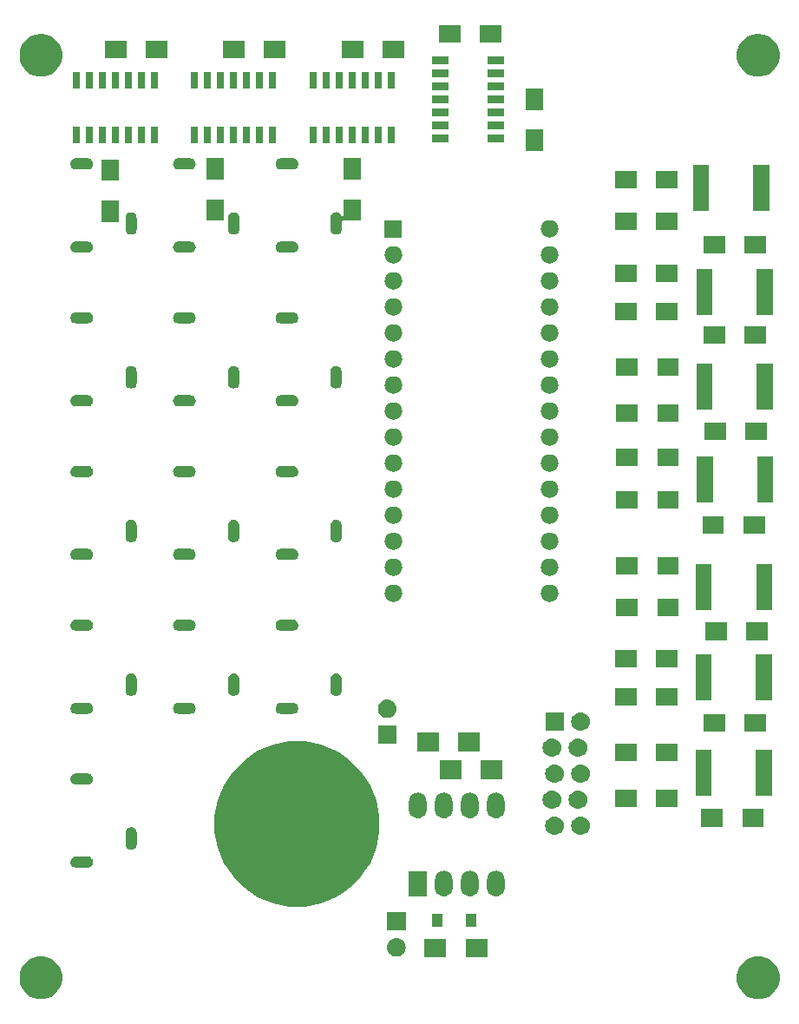
<source format=gts>
G04 #@! TF.GenerationSoftware,KiCad,Pcbnew,(5.1.0)-1*
G04 #@! TF.CreationDate,2019-05-27T20:42:00-04:00*
G04 #@! TF.ProjectId,MIDI Controller,4d494449-2043-46f6-9e74-726f6c6c6572,rev?*
G04 #@! TF.SameCoordinates,Original*
G04 #@! TF.FileFunction,Soldermask,Top*
G04 #@! TF.FilePolarity,Negative*
%FSLAX46Y46*%
G04 Gerber Fmt 4.6, Leading zero omitted, Abs format (unit mm)*
G04 Created by KiCad (PCBNEW (5.1.0)-1) date 2019-05-27 20:42:00*
%MOMM*%
%LPD*%
G04 APERTURE LIST*
%ADD10C,0.100000*%
G04 APERTURE END LIST*
D10*
G36*
X115325815Y-122941000D02*
G01*
X115607589Y-122997048D01*
X115986671Y-123154069D01*
X116327835Y-123382028D01*
X116617972Y-123672165D01*
X116845931Y-124013329D01*
X117002952Y-124392411D01*
X117083000Y-124794842D01*
X117083000Y-125205158D01*
X117002952Y-125607589D01*
X116845931Y-125986671D01*
X116617972Y-126327835D01*
X116327835Y-126617972D01*
X115986671Y-126845931D01*
X115607589Y-127002952D01*
X115406373Y-127042976D01*
X115205159Y-127083000D01*
X114794841Y-127083000D01*
X114593627Y-127042976D01*
X114392411Y-127002952D01*
X114013329Y-126845931D01*
X113672165Y-126617972D01*
X113382028Y-126327835D01*
X113154069Y-125986671D01*
X112997048Y-125607589D01*
X112917000Y-125205158D01*
X112917000Y-124794842D01*
X112997048Y-124392411D01*
X113154069Y-124013329D01*
X113382028Y-123672165D01*
X113672165Y-123382028D01*
X114013329Y-123154069D01*
X114392411Y-122997048D01*
X114674185Y-122941000D01*
X114794841Y-122917000D01*
X115205159Y-122917000D01*
X115325815Y-122941000D01*
X115325815Y-122941000D01*
G37*
G36*
X45325815Y-122941000D02*
G01*
X45607589Y-122997048D01*
X45986671Y-123154069D01*
X46327835Y-123382028D01*
X46617972Y-123672165D01*
X46845931Y-124013329D01*
X47002952Y-124392411D01*
X47083000Y-124794842D01*
X47083000Y-125205158D01*
X47002952Y-125607589D01*
X46845931Y-125986671D01*
X46617972Y-126327835D01*
X46327835Y-126617972D01*
X45986671Y-126845931D01*
X45607589Y-127002952D01*
X45406373Y-127042976D01*
X45205159Y-127083000D01*
X44794841Y-127083000D01*
X44593627Y-127042976D01*
X44392411Y-127002952D01*
X44013329Y-126845931D01*
X43672165Y-126617972D01*
X43382028Y-126327835D01*
X43154069Y-125986671D01*
X42997048Y-125607589D01*
X42917000Y-125205158D01*
X42917000Y-124794842D01*
X42997048Y-124392411D01*
X43154069Y-124013329D01*
X43382028Y-123672165D01*
X43672165Y-123382028D01*
X44013329Y-123154069D01*
X44392411Y-122997048D01*
X44674185Y-122941000D01*
X44794841Y-122917000D01*
X45205159Y-122917000D01*
X45325815Y-122941000D01*
X45325815Y-122941000D01*
G37*
G36*
X84551000Y-123001000D02*
G01*
X82449000Y-123001000D01*
X82449000Y-121199000D01*
X84551000Y-121199000D01*
X84551000Y-123001000D01*
X84551000Y-123001000D01*
G37*
G36*
X88551000Y-123001000D02*
G01*
X86449000Y-123001000D01*
X86449000Y-121199000D01*
X88551000Y-121199000D01*
X88551000Y-123001000D01*
X88551000Y-123001000D01*
G37*
G36*
X79810443Y-121145519D02*
G01*
X79876627Y-121152037D01*
X80046466Y-121203557D01*
X80202991Y-121287222D01*
X80238729Y-121316552D01*
X80340186Y-121399814D01*
X80423448Y-121501271D01*
X80452778Y-121537009D01*
X80536443Y-121693534D01*
X80587963Y-121863373D01*
X80605359Y-122040000D01*
X80587963Y-122216627D01*
X80536443Y-122386466D01*
X80452778Y-122542991D01*
X80423448Y-122578729D01*
X80340186Y-122680186D01*
X80238729Y-122763448D01*
X80202991Y-122792778D01*
X80046466Y-122876443D01*
X79876627Y-122927963D01*
X79810443Y-122934481D01*
X79744260Y-122941000D01*
X79655740Y-122941000D01*
X79589557Y-122934481D01*
X79523373Y-122927963D01*
X79353534Y-122876443D01*
X79197009Y-122792778D01*
X79161271Y-122763448D01*
X79059814Y-122680186D01*
X78976552Y-122578729D01*
X78947222Y-122542991D01*
X78863557Y-122386466D01*
X78812037Y-122216627D01*
X78794641Y-122040000D01*
X78812037Y-121863373D01*
X78863557Y-121693534D01*
X78947222Y-121537009D01*
X78976552Y-121501271D01*
X79059814Y-121399814D01*
X79161271Y-121316552D01*
X79197009Y-121287222D01*
X79353534Y-121203557D01*
X79523373Y-121152037D01*
X79589557Y-121145519D01*
X79655740Y-121139000D01*
X79744260Y-121139000D01*
X79810443Y-121145519D01*
X79810443Y-121145519D01*
G37*
G36*
X80601000Y-120401000D02*
G01*
X78799000Y-120401000D01*
X78799000Y-118599000D01*
X80601000Y-118599000D01*
X80601000Y-120401000D01*
X80601000Y-120401000D01*
G37*
G36*
X84201000Y-120051000D02*
G01*
X83199000Y-120051000D01*
X83199000Y-118749000D01*
X84201000Y-118749000D01*
X84201000Y-120051000D01*
X84201000Y-120051000D01*
G37*
G36*
X87501000Y-120051000D02*
G01*
X86499000Y-120051000D01*
X86499000Y-118749000D01*
X87501000Y-118749000D01*
X87501000Y-120051000D01*
X87501000Y-120051000D01*
G37*
G36*
X72348389Y-102258395D02*
G01*
X73813577Y-102865296D01*
X74079513Y-103042989D01*
X75132213Y-103746380D01*
X76253620Y-104867787D01*
X76626917Y-105426466D01*
X77134704Y-106186423D01*
X77741605Y-107651611D01*
X78051000Y-109207044D01*
X78051000Y-110792956D01*
X77741605Y-112348389D01*
X77134704Y-113813577D01*
X77005062Y-114007600D01*
X76253620Y-115132213D01*
X75132213Y-116253620D01*
X74692776Y-116547242D01*
X73813577Y-117134704D01*
X72348389Y-117741605D01*
X70792956Y-118051000D01*
X69207044Y-118051000D01*
X67651611Y-117741605D01*
X66186423Y-117134704D01*
X65307224Y-116547242D01*
X64867787Y-116253620D01*
X63746380Y-115132213D01*
X62994938Y-114007600D01*
X62865296Y-113813577D01*
X62258395Y-112348389D01*
X61949000Y-110792956D01*
X61949000Y-109207044D01*
X62258395Y-107651611D01*
X62865296Y-106186423D01*
X63373083Y-105426466D01*
X63746380Y-104867787D01*
X64867787Y-103746380D01*
X65920487Y-103042989D01*
X66186423Y-102865296D01*
X67651611Y-102258395D01*
X69207044Y-101949000D01*
X70792956Y-101949000D01*
X72348389Y-102258395D01*
X72348389Y-102258395D01*
G37*
G36*
X89566822Y-114581313D02*
G01*
X89727241Y-114629976D01*
X89875077Y-114708995D01*
X90004659Y-114815341D01*
X90111004Y-114944922D01*
X90111005Y-114944924D01*
X90190024Y-115092758D01*
X90238687Y-115253177D01*
X90251000Y-115378196D01*
X90251000Y-116261803D01*
X90238687Y-116386822D01*
X90190024Y-116547242D01*
X90119114Y-116679906D01*
X90111004Y-116695078D01*
X90004659Y-116824659D01*
X89875078Y-116931004D01*
X89875076Y-116931005D01*
X89727242Y-117010024D01*
X89566823Y-117058687D01*
X89400000Y-117075117D01*
X89233178Y-117058687D01*
X89072759Y-117010024D01*
X88924925Y-116931005D01*
X88924923Y-116931004D01*
X88795342Y-116824659D01*
X88688997Y-116695078D01*
X88680887Y-116679906D01*
X88609977Y-116547242D01*
X88561314Y-116386823D01*
X88549000Y-116261803D01*
X88549000Y-115378197D01*
X88561313Y-115253178D01*
X88609976Y-115092759D01*
X88688995Y-114944923D01*
X88795341Y-114815341D01*
X88924922Y-114708996D01*
X88940094Y-114700886D01*
X89072758Y-114629976D01*
X89233177Y-114581313D01*
X89400000Y-114564883D01*
X89566822Y-114581313D01*
X89566822Y-114581313D01*
G37*
G36*
X84486822Y-114581313D02*
G01*
X84647241Y-114629976D01*
X84795077Y-114708995D01*
X84924659Y-114815341D01*
X85031004Y-114944922D01*
X85031005Y-114944924D01*
X85110024Y-115092758D01*
X85158687Y-115253177D01*
X85171000Y-115378196D01*
X85171000Y-116261803D01*
X85158687Y-116386822D01*
X85110024Y-116547242D01*
X85039114Y-116679906D01*
X85031004Y-116695078D01*
X84924659Y-116824659D01*
X84795078Y-116931004D01*
X84795076Y-116931005D01*
X84647242Y-117010024D01*
X84486823Y-117058687D01*
X84320000Y-117075117D01*
X84153178Y-117058687D01*
X83992759Y-117010024D01*
X83844925Y-116931005D01*
X83844923Y-116931004D01*
X83715342Y-116824659D01*
X83608997Y-116695078D01*
X83600887Y-116679906D01*
X83529977Y-116547242D01*
X83481314Y-116386823D01*
X83469000Y-116261803D01*
X83469000Y-115378197D01*
X83481313Y-115253178D01*
X83529976Y-115092759D01*
X83608995Y-114944923D01*
X83715341Y-114815341D01*
X83844922Y-114708996D01*
X83860094Y-114700886D01*
X83992758Y-114629976D01*
X84153177Y-114581313D01*
X84320000Y-114564883D01*
X84486822Y-114581313D01*
X84486822Y-114581313D01*
G37*
G36*
X87026822Y-114581313D02*
G01*
X87187241Y-114629976D01*
X87335077Y-114708995D01*
X87464659Y-114815341D01*
X87571004Y-114944922D01*
X87571005Y-114944924D01*
X87650024Y-115092758D01*
X87698687Y-115253177D01*
X87711000Y-115378196D01*
X87711000Y-116261803D01*
X87698687Y-116386822D01*
X87650024Y-116547242D01*
X87579114Y-116679906D01*
X87571004Y-116695078D01*
X87464659Y-116824659D01*
X87335078Y-116931004D01*
X87335076Y-116931005D01*
X87187242Y-117010024D01*
X87026823Y-117058687D01*
X86860000Y-117075117D01*
X86693178Y-117058687D01*
X86532759Y-117010024D01*
X86384925Y-116931005D01*
X86384923Y-116931004D01*
X86255342Y-116824659D01*
X86148997Y-116695078D01*
X86140887Y-116679906D01*
X86069977Y-116547242D01*
X86021314Y-116386823D01*
X86009000Y-116261803D01*
X86009000Y-115378197D01*
X86021313Y-115253178D01*
X86069976Y-115092759D01*
X86148995Y-114944923D01*
X86255341Y-114815341D01*
X86384922Y-114708996D01*
X86400094Y-114700886D01*
X86532758Y-114629976D01*
X86693177Y-114581313D01*
X86860000Y-114564883D01*
X87026822Y-114581313D01*
X87026822Y-114581313D01*
G37*
G36*
X82631000Y-117071000D02*
G01*
X80929000Y-117071000D01*
X80929000Y-114569000D01*
X82631000Y-114569000D01*
X82631000Y-117071000D01*
X82631000Y-117071000D01*
G37*
G36*
X49658015Y-113156973D02*
G01*
X49761879Y-113188479D01*
X49789055Y-113203005D01*
X49857600Y-113239643D01*
X49941501Y-113308499D01*
X50010357Y-113392400D01*
X50046995Y-113460945D01*
X50061521Y-113488121D01*
X50093027Y-113591985D01*
X50103666Y-113700000D01*
X50093027Y-113808015D01*
X50061521Y-113911879D01*
X50061519Y-113911882D01*
X50010357Y-114007600D01*
X49941501Y-114091501D01*
X49857600Y-114160357D01*
X49789055Y-114196995D01*
X49761879Y-114211521D01*
X49658015Y-114243027D01*
X49577067Y-114251000D01*
X48422933Y-114251000D01*
X48341985Y-114243027D01*
X48238121Y-114211521D01*
X48210945Y-114196995D01*
X48142400Y-114160357D01*
X48058499Y-114091501D01*
X47989643Y-114007600D01*
X47938481Y-113911882D01*
X47938479Y-113911879D01*
X47906973Y-113808015D01*
X47896334Y-113700000D01*
X47906973Y-113591985D01*
X47938479Y-113488121D01*
X47953005Y-113460945D01*
X47989643Y-113392400D01*
X48058499Y-113308499D01*
X48142400Y-113239643D01*
X48210945Y-113203005D01*
X48238121Y-113188479D01*
X48341985Y-113156973D01*
X48422933Y-113149000D01*
X49577067Y-113149000D01*
X49658015Y-113156973D01*
X49658015Y-113156973D01*
G37*
G36*
X53908014Y-110306973D02*
G01*
X54011878Y-110338479D01*
X54055907Y-110362013D01*
X54107599Y-110389643D01*
X54107601Y-110389644D01*
X54107600Y-110389644D01*
X54191501Y-110458499D01*
X54260356Y-110542400D01*
X54311521Y-110638121D01*
X54343027Y-110741985D01*
X54351000Y-110822933D01*
X54351000Y-111977067D01*
X54343027Y-112058015D01*
X54311521Y-112161879D01*
X54311519Y-112161882D01*
X54260357Y-112257600D01*
X54191501Y-112341501D01*
X54107600Y-112410357D01*
X54039055Y-112446995D01*
X54011879Y-112461521D01*
X53908015Y-112493027D01*
X53800000Y-112503666D01*
X53691986Y-112493027D01*
X53588122Y-112461521D01*
X53560946Y-112446995D01*
X53492401Y-112410357D01*
X53408500Y-112341501D01*
X53339644Y-112257600D01*
X53288482Y-112161882D01*
X53288480Y-112161879D01*
X53256974Y-112058015D01*
X53249001Y-111977067D01*
X53249000Y-110822934D01*
X53256973Y-110741986D01*
X53288479Y-110638122D01*
X53339644Y-110542400D01*
X53408499Y-110458499D01*
X53492400Y-110389644D01*
X53492399Y-110389644D01*
X53492401Y-110389643D01*
X53544093Y-110362013D01*
X53588121Y-110338479D01*
X53691985Y-110306973D01*
X53800000Y-110296334D01*
X53908014Y-110306973D01*
X53908014Y-110306973D01*
G37*
G36*
X97777442Y-109265518D02*
G01*
X97843627Y-109272037D01*
X98013466Y-109323557D01*
X98169991Y-109407222D01*
X98205729Y-109436552D01*
X98307186Y-109519814D01*
X98390448Y-109621271D01*
X98419778Y-109657009D01*
X98503443Y-109813534D01*
X98554963Y-109983373D01*
X98572359Y-110160000D01*
X98554963Y-110336627D01*
X98503443Y-110506466D01*
X98419778Y-110662991D01*
X98390448Y-110698729D01*
X98307186Y-110800186D01*
X98205729Y-110883448D01*
X98169991Y-110912778D01*
X98013466Y-110996443D01*
X97843627Y-111047963D01*
X97777442Y-111054482D01*
X97711260Y-111061000D01*
X97622740Y-111061000D01*
X97556558Y-111054482D01*
X97490373Y-111047963D01*
X97320534Y-110996443D01*
X97164009Y-110912778D01*
X97128271Y-110883448D01*
X97026814Y-110800186D01*
X96943552Y-110698729D01*
X96914222Y-110662991D01*
X96830557Y-110506466D01*
X96779037Y-110336627D01*
X96761641Y-110160000D01*
X96779037Y-109983373D01*
X96830557Y-109813534D01*
X96914222Y-109657009D01*
X96943552Y-109621271D01*
X97026814Y-109519814D01*
X97128271Y-109436552D01*
X97164009Y-109407222D01*
X97320534Y-109323557D01*
X97490373Y-109272037D01*
X97556558Y-109265518D01*
X97622740Y-109259000D01*
X97711260Y-109259000D01*
X97777442Y-109265518D01*
X97777442Y-109265518D01*
G37*
G36*
X95237442Y-109265518D02*
G01*
X95303627Y-109272037D01*
X95473466Y-109323557D01*
X95629991Y-109407222D01*
X95665729Y-109436552D01*
X95767186Y-109519814D01*
X95850448Y-109621271D01*
X95879778Y-109657009D01*
X95963443Y-109813534D01*
X96014963Y-109983373D01*
X96032359Y-110160000D01*
X96014963Y-110336627D01*
X95963443Y-110506466D01*
X95879778Y-110662991D01*
X95850448Y-110698729D01*
X95767186Y-110800186D01*
X95665729Y-110883448D01*
X95629991Y-110912778D01*
X95473466Y-110996443D01*
X95303627Y-111047963D01*
X95237442Y-111054482D01*
X95171260Y-111061000D01*
X95082740Y-111061000D01*
X95016558Y-111054482D01*
X94950373Y-111047963D01*
X94780534Y-110996443D01*
X94624009Y-110912778D01*
X94588271Y-110883448D01*
X94486814Y-110800186D01*
X94403552Y-110698729D01*
X94374222Y-110662991D01*
X94290557Y-110506466D01*
X94239037Y-110336627D01*
X94221641Y-110160000D01*
X94239037Y-109983373D01*
X94290557Y-109813534D01*
X94374222Y-109657009D01*
X94403552Y-109621271D01*
X94486814Y-109519814D01*
X94588271Y-109436552D01*
X94624009Y-109407222D01*
X94780534Y-109323557D01*
X94950373Y-109272037D01*
X95016558Y-109265518D01*
X95082740Y-109259000D01*
X95171260Y-109259000D01*
X95237442Y-109265518D01*
X95237442Y-109265518D01*
G37*
G36*
X115551000Y-110251000D02*
G01*
X113449000Y-110251000D01*
X113449000Y-108549000D01*
X115551000Y-108549000D01*
X115551000Y-110251000D01*
X115551000Y-110251000D01*
G37*
G36*
X111551000Y-110251000D02*
G01*
X109449000Y-110251000D01*
X109449000Y-108549000D01*
X111551000Y-108549000D01*
X111551000Y-110251000D01*
X111551000Y-110251000D01*
G37*
G36*
X87026822Y-106961313D02*
G01*
X87187241Y-107009976D01*
X87335077Y-107088995D01*
X87464659Y-107195341D01*
X87571004Y-107324922D01*
X87571005Y-107324924D01*
X87650024Y-107472758D01*
X87698687Y-107633177D01*
X87711000Y-107758196D01*
X87711000Y-108641803D01*
X87698687Y-108766822D01*
X87650024Y-108927242D01*
X87579114Y-109059906D01*
X87571004Y-109075078D01*
X87464659Y-109204659D01*
X87335078Y-109311004D01*
X87335076Y-109311005D01*
X87187242Y-109390024D01*
X87026823Y-109438687D01*
X86860000Y-109455117D01*
X86693178Y-109438687D01*
X86532759Y-109390024D01*
X86384925Y-109311005D01*
X86384923Y-109311004D01*
X86255342Y-109204659D01*
X86148997Y-109075078D01*
X86140887Y-109059906D01*
X86069977Y-108927242D01*
X86021314Y-108766823D01*
X86009000Y-108641803D01*
X86009000Y-107758197D01*
X86021313Y-107633178D01*
X86069976Y-107472759D01*
X86148995Y-107324923D01*
X86255341Y-107195341D01*
X86350786Y-107117011D01*
X86384922Y-107088996D01*
X86400094Y-107080886D01*
X86532758Y-107009976D01*
X86693177Y-106961313D01*
X86860000Y-106944883D01*
X87026822Y-106961313D01*
X87026822Y-106961313D01*
G37*
G36*
X84486822Y-106961313D02*
G01*
X84647241Y-107009976D01*
X84795077Y-107088995D01*
X84924659Y-107195341D01*
X85031004Y-107324922D01*
X85031005Y-107324924D01*
X85110024Y-107472758D01*
X85158687Y-107633177D01*
X85171000Y-107758196D01*
X85171000Y-108641803D01*
X85158687Y-108766822D01*
X85110024Y-108927242D01*
X85039114Y-109059906D01*
X85031004Y-109075078D01*
X84924659Y-109204659D01*
X84795078Y-109311004D01*
X84795076Y-109311005D01*
X84647242Y-109390024D01*
X84486823Y-109438687D01*
X84320000Y-109455117D01*
X84153178Y-109438687D01*
X83992759Y-109390024D01*
X83844925Y-109311005D01*
X83844923Y-109311004D01*
X83715342Y-109204659D01*
X83608997Y-109075078D01*
X83600887Y-109059906D01*
X83529977Y-108927242D01*
X83481314Y-108766823D01*
X83469000Y-108641803D01*
X83469000Y-107758197D01*
X83481313Y-107633178D01*
X83529976Y-107472759D01*
X83608995Y-107324923D01*
X83715341Y-107195341D01*
X83810786Y-107117011D01*
X83844922Y-107088996D01*
X83860094Y-107080886D01*
X83992758Y-107009976D01*
X84153177Y-106961313D01*
X84320000Y-106944883D01*
X84486822Y-106961313D01*
X84486822Y-106961313D01*
G37*
G36*
X81946822Y-106961313D02*
G01*
X82107241Y-107009976D01*
X82255077Y-107088995D01*
X82384659Y-107195341D01*
X82491004Y-107324922D01*
X82491005Y-107324924D01*
X82570024Y-107472758D01*
X82618687Y-107633177D01*
X82631000Y-107758196D01*
X82631000Y-108641803D01*
X82618687Y-108766822D01*
X82570024Y-108927242D01*
X82499114Y-109059906D01*
X82491004Y-109075078D01*
X82384659Y-109204659D01*
X82255078Y-109311004D01*
X82255076Y-109311005D01*
X82107242Y-109390024D01*
X81946823Y-109438687D01*
X81780000Y-109455117D01*
X81613178Y-109438687D01*
X81452759Y-109390024D01*
X81304925Y-109311005D01*
X81304923Y-109311004D01*
X81175342Y-109204659D01*
X81068997Y-109075078D01*
X81060887Y-109059906D01*
X80989977Y-108927242D01*
X80941314Y-108766823D01*
X80929000Y-108641803D01*
X80929000Y-107758197D01*
X80941313Y-107633178D01*
X80989976Y-107472759D01*
X81068995Y-107324923D01*
X81175341Y-107195341D01*
X81270786Y-107117011D01*
X81304922Y-107088996D01*
X81320094Y-107080886D01*
X81452758Y-107009976D01*
X81613177Y-106961313D01*
X81780000Y-106944883D01*
X81946822Y-106961313D01*
X81946822Y-106961313D01*
G37*
G36*
X89566822Y-106961313D02*
G01*
X89727241Y-107009976D01*
X89875077Y-107088995D01*
X90004659Y-107195341D01*
X90111004Y-107324922D01*
X90111005Y-107324924D01*
X90190024Y-107472758D01*
X90238687Y-107633177D01*
X90251000Y-107758196D01*
X90251000Y-108641803D01*
X90238687Y-108766822D01*
X90190024Y-108927242D01*
X90119114Y-109059906D01*
X90111004Y-109075078D01*
X90004659Y-109204659D01*
X89875078Y-109311004D01*
X89875076Y-109311005D01*
X89727242Y-109390024D01*
X89566823Y-109438687D01*
X89400000Y-109455117D01*
X89233178Y-109438687D01*
X89072759Y-109390024D01*
X88924925Y-109311005D01*
X88924923Y-109311004D01*
X88795342Y-109204659D01*
X88688997Y-109075078D01*
X88680887Y-109059906D01*
X88609977Y-108927242D01*
X88561314Y-108766823D01*
X88549000Y-108641803D01*
X88549000Y-107758197D01*
X88561313Y-107633178D01*
X88609976Y-107472759D01*
X88688995Y-107324923D01*
X88795341Y-107195341D01*
X88890786Y-107117011D01*
X88924922Y-107088996D01*
X88940094Y-107080886D01*
X89072758Y-107009976D01*
X89233177Y-106961313D01*
X89400000Y-106944883D01*
X89566822Y-106961313D01*
X89566822Y-106961313D01*
G37*
G36*
X97523443Y-106725519D02*
G01*
X97589627Y-106732037D01*
X97759466Y-106783557D01*
X97915991Y-106867222D01*
X97951729Y-106896552D01*
X98053186Y-106979814D01*
X98136448Y-107081271D01*
X98165778Y-107117009D01*
X98249443Y-107273534D01*
X98300963Y-107443373D01*
X98318359Y-107620000D01*
X98300963Y-107796627D01*
X98249443Y-107966466D01*
X98165778Y-108122991D01*
X98136448Y-108158729D01*
X98053186Y-108260186D01*
X97951729Y-108343448D01*
X97915991Y-108372778D01*
X97759466Y-108456443D01*
X97589627Y-108507963D01*
X97523442Y-108514482D01*
X97457260Y-108521000D01*
X97368740Y-108521000D01*
X97302558Y-108514482D01*
X97236373Y-108507963D01*
X97066534Y-108456443D01*
X96910009Y-108372778D01*
X96874271Y-108343448D01*
X96772814Y-108260186D01*
X96689552Y-108158729D01*
X96660222Y-108122991D01*
X96576557Y-107966466D01*
X96525037Y-107796627D01*
X96507641Y-107620000D01*
X96525037Y-107443373D01*
X96576557Y-107273534D01*
X96660222Y-107117009D01*
X96689552Y-107081271D01*
X96772814Y-106979814D01*
X96874271Y-106896552D01*
X96910009Y-106867222D01*
X97066534Y-106783557D01*
X97236373Y-106732037D01*
X97302557Y-106725519D01*
X97368740Y-106719000D01*
X97457260Y-106719000D01*
X97523443Y-106725519D01*
X97523443Y-106725519D01*
G37*
G36*
X94983443Y-106725519D02*
G01*
X95049627Y-106732037D01*
X95219466Y-106783557D01*
X95375991Y-106867222D01*
X95411729Y-106896552D01*
X95513186Y-106979814D01*
X95596448Y-107081271D01*
X95625778Y-107117009D01*
X95709443Y-107273534D01*
X95760963Y-107443373D01*
X95778359Y-107620000D01*
X95760963Y-107796627D01*
X95709443Y-107966466D01*
X95625778Y-108122991D01*
X95596448Y-108158729D01*
X95513186Y-108260186D01*
X95411729Y-108343448D01*
X95375991Y-108372778D01*
X95219466Y-108456443D01*
X95049627Y-108507963D01*
X94983442Y-108514482D01*
X94917260Y-108521000D01*
X94828740Y-108521000D01*
X94762558Y-108514482D01*
X94696373Y-108507963D01*
X94526534Y-108456443D01*
X94370009Y-108372778D01*
X94334271Y-108343448D01*
X94232814Y-108260186D01*
X94149552Y-108158729D01*
X94120222Y-108122991D01*
X94036557Y-107966466D01*
X93985037Y-107796627D01*
X93967641Y-107620000D01*
X93985037Y-107443373D01*
X94036557Y-107273534D01*
X94120222Y-107117009D01*
X94149552Y-107081271D01*
X94232814Y-106979814D01*
X94334271Y-106896552D01*
X94370009Y-106867222D01*
X94526534Y-106783557D01*
X94696373Y-106732037D01*
X94762557Y-106725519D01*
X94828740Y-106719000D01*
X94917260Y-106719000D01*
X94983443Y-106725519D01*
X94983443Y-106725519D01*
G37*
G36*
X103151000Y-108351000D02*
G01*
X101049000Y-108351000D01*
X101049000Y-106649000D01*
X103151000Y-106649000D01*
X103151000Y-108351000D01*
X103151000Y-108351000D01*
G37*
G36*
X107151000Y-108351000D02*
G01*
X105049000Y-108351000D01*
X105049000Y-106649000D01*
X107151000Y-106649000D01*
X107151000Y-108351000D01*
X107151000Y-108351000D01*
G37*
G36*
X110426000Y-107226000D02*
G01*
X108874000Y-107226000D01*
X108874000Y-102774000D01*
X110426000Y-102774000D01*
X110426000Y-107226000D01*
X110426000Y-107226000D01*
G37*
G36*
X116326000Y-107226000D02*
G01*
X114774000Y-107226000D01*
X114774000Y-102774000D01*
X116326000Y-102774000D01*
X116326000Y-107226000D01*
X116326000Y-107226000D01*
G37*
G36*
X49658015Y-105056973D02*
G01*
X49761879Y-105088479D01*
X49789055Y-105103005D01*
X49857600Y-105139643D01*
X49941501Y-105208499D01*
X50010357Y-105292400D01*
X50046995Y-105360945D01*
X50061521Y-105388121D01*
X50093027Y-105491985D01*
X50103666Y-105600000D01*
X50093027Y-105708015D01*
X50061521Y-105811879D01*
X50061519Y-105811882D01*
X50010357Y-105907600D01*
X49941501Y-105991501D01*
X49857600Y-106060357D01*
X49789055Y-106096995D01*
X49761879Y-106111521D01*
X49658015Y-106143027D01*
X49577067Y-106151000D01*
X48422933Y-106151000D01*
X48341985Y-106143027D01*
X48238121Y-106111521D01*
X48210945Y-106096995D01*
X48142400Y-106060357D01*
X48058499Y-105991501D01*
X47989643Y-105907600D01*
X47938481Y-105811882D01*
X47938479Y-105811879D01*
X47906973Y-105708015D01*
X47896334Y-105600000D01*
X47906973Y-105491985D01*
X47938479Y-105388121D01*
X47953005Y-105360945D01*
X47989643Y-105292400D01*
X48058499Y-105208499D01*
X48142400Y-105139643D01*
X48210945Y-105103005D01*
X48238121Y-105088479D01*
X48341985Y-105056973D01*
X48422933Y-105049000D01*
X49577067Y-105049000D01*
X49658015Y-105056973D01*
X49658015Y-105056973D01*
G37*
G36*
X97777443Y-104185519D02*
G01*
X97843627Y-104192037D01*
X98013466Y-104243557D01*
X98169991Y-104327222D01*
X98205729Y-104356552D01*
X98307186Y-104439814D01*
X98390448Y-104541271D01*
X98419778Y-104577009D01*
X98503443Y-104733534D01*
X98554963Y-104903373D01*
X98572359Y-105080000D01*
X98554963Y-105256627D01*
X98503443Y-105426466D01*
X98419778Y-105582991D01*
X98405819Y-105600000D01*
X98307186Y-105720186D01*
X98205729Y-105803448D01*
X98169991Y-105832778D01*
X98013466Y-105916443D01*
X97843627Y-105967963D01*
X97777443Y-105974481D01*
X97711260Y-105981000D01*
X97622740Y-105981000D01*
X97556557Y-105974481D01*
X97490373Y-105967963D01*
X97320534Y-105916443D01*
X97164009Y-105832778D01*
X97128271Y-105803448D01*
X97026814Y-105720186D01*
X96928181Y-105600000D01*
X96914222Y-105582991D01*
X96830557Y-105426466D01*
X96779037Y-105256627D01*
X96761641Y-105080000D01*
X96779037Y-104903373D01*
X96830557Y-104733534D01*
X96914222Y-104577009D01*
X96943552Y-104541271D01*
X97026814Y-104439814D01*
X97128271Y-104356552D01*
X97164009Y-104327222D01*
X97320534Y-104243557D01*
X97490373Y-104192037D01*
X97556557Y-104185519D01*
X97622740Y-104179000D01*
X97711260Y-104179000D01*
X97777443Y-104185519D01*
X97777443Y-104185519D01*
G37*
G36*
X95237443Y-104185519D02*
G01*
X95303627Y-104192037D01*
X95473466Y-104243557D01*
X95629991Y-104327222D01*
X95665729Y-104356552D01*
X95767186Y-104439814D01*
X95850448Y-104541271D01*
X95879778Y-104577009D01*
X95963443Y-104733534D01*
X96014963Y-104903373D01*
X96032359Y-105080000D01*
X96014963Y-105256627D01*
X95963443Y-105426466D01*
X95879778Y-105582991D01*
X95865819Y-105600000D01*
X95767186Y-105720186D01*
X95665729Y-105803448D01*
X95629991Y-105832778D01*
X95473466Y-105916443D01*
X95303627Y-105967963D01*
X95237443Y-105974481D01*
X95171260Y-105981000D01*
X95082740Y-105981000D01*
X95016557Y-105974481D01*
X94950373Y-105967963D01*
X94780534Y-105916443D01*
X94624009Y-105832778D01*
X94588271Y-105803448D01*
X94486814Y-105720186D01*
X94388181Y-105600000D01*
X94374222Y-105582991D01*
X94290557Y-105426466D01*
X94239037Y-105256627D01*
X94221641Y-105080000D01*
X94239037Y-104903373D01*
X94290557Y-104733534D01*
X94374222Y-104577009D01*
X94403552Y-104541271D01*
X94486814Y-104439814D01*
X94588271Y-104356552D01*
X94624009Y-104327222D01*
X94780534Y-104243557D01*
X94950373Y-104192037D01*
X95016557Y-104185519D01*
X95082740Y-104179000D01*
X95171260Y-104179000D01*
X95237443Y-104185519D01*
X95237443Y-104185519D01*
G37*
G36*
X86051000Y-105601000D02*
G01*
X83949000Y-105601000D01*
X83949000Y-103799000D01*
X86051000Y-103799000D01*
X86051000Y-105601000D01*
X86051000Y-105601000D01*
G37*
G36*
X90051000Y-105601000D02*
G01*
X87949000Y-105601000D01*
X87949000Y-103799000D01*
X90051000Y-103799000D01*
X90051000Y-105601000D01*
X90051000Y-105601000D01*
G37*
G36*
X103151000Y-103851000D02*
G01*
X101049000Y-103851000D01*
X101049000Y-102149000D01*
X103151000Y-102149000D01*
X103151000Y-103851000D01*
X103151000Y-103851000D01*
G37*
G36*
X107151000Y-103851000D02*
G01*
X105049000Y-103851000D01*
X105049000Y-102149000D01*
X107151000Y-102149000D01*
X107151000Y-103851000D01*
X107151000Y-103851000D01*
G37*
G36*
X94983442Y-101645518D02*
G01*
X95049627Y-101652037D01*
X95219466Y-101703557D01*
X95375991Y-101787222D01*
X95411729Y-101816552D01*
X95513186Y-101899814D01*
X95596448Y-102001271D01*
X95625778Y-102037009D01*
X95709443Y-102193534D01*
X95760963Y-102363373D01*
X95778359Y-102540000D01*
X95760963Y-102716627D01*
X95709443Y-102886466D01*
X95625778Y-103042991D01*
X95596448Y-103078729D01*
X95513186Y-103180186D01*
X95411729Y-103263448D01*
X95375991Y-103292778D01*
X95219466Y-103376443D01*
X95049627Y-103427963D01*
X94983442Y-103434482D01*
X94917260Y-103441000D01*
X94828740Y-103441000D01*
X94762558Y-103434482D01*
X94696373Y-103427963D01*
X94526534Y-103376443D01*
X94370009Y-103292778D01*
X94334271Y-103263448D01*
X94232814Y-103180186D01*
X94149552Y-103078729D01*
X94120222Y-103042991D01*
X94036557Y-102886466D01*
X93985037Y-102716627D01*
X93967641Y-102540000D01*
X93985037Y-102363373D01*
X94036557Y-102193534D01*
X94120222Y-102037009D01*
X94149552Y-102001271D01*
X94232814Y-101899814D01*
X94334271Y-101816552D01*
X94370009Y-101787222D01*
X94526534Y-101703557D01*
X94696373Y-101652037D01*
X94762557Y-101645519D01*
X94828740Y-101639000D01*
X94917260Y-101639000D01*
X94983442Y-101645518D01*
X94983442Y-101645518D01*
G37*
G36*
X97523442Y-101645518D02*
G01*
X97589627Y-101652037D01*
X97759466Y-101703557D01*
X97915991Y-101787222D01*
X97951729Y-101816552D01*
X98053186Y-101899814D01*
X98136448Y-102001271D01*
X98165778Y-102037009D01*
X98249443Y-102193534D01*
X98300963Y-102363373D01*
X98318359Y-102540000D01*
X98300963Y-102716627D01*
X98249443Y-102886466D01*
X98165778Y-103042991D01*
X98136448Y-103078729D01*
X98053186Y-103180186D01*
X97951729Y-103263448D01*
X97915991Y-103292778D01*
X97759466Y-103376443D01*
X97589627Y-103427963D01*
X97523442Y-103434482D01*
X97457260Y-103441000D01*
X97368740Y-103441000D01*
X97302558Y-103434482D01*
X97236373Y-103427963D01*
X97066534Y-103376443D01*
X96910009Y-103292778D01*
X96874271Y-103263448D01*
X96772814Y-103180186D01*
X96689552Y-103078729D01*
X96660222Y-103042991D01*
X96576557Y-102886466D01*
X96525037Y-102716627D01*
X96507641Y-102540000D01*
X96525037Y-102363373D01*
X96576557Y-102193534D01*
X96660222Y-102037009D01*
X96689552Y-102001271D01*
X96772814Y-101899814D01*
X96874271Y-101816552D01*
X96910009Y-101787222D01*
X97066534Y-101703557D01*
X97236373Y-101652037D01*
X97302557Y-101645519D01*
X97368740Y-101639000D01*
X97457260Y-101639000D01*
X97523442Y-101645518D01*
X97523442Y-101645518D01*
G37*
G36*
X87851000Y-102901000D02*
G01*
X85749000Y-102901000D01*
X85749000Y-101099000D01*
X87851000Y-101099000D01*
X87851000Y-102901000D01*
X87851000Y-102901000D01*
G37*
G36*
X83851000Y-102901000D02*
G01*
X81749000Y-102901000D01*
X81749000Y-101099000D01*
X83851000Y-101099000D01*
X83851000Y-102901000D01*
X83851000Y-102901000D01*
G37*
G36*
X79701000Y-102201000D02*
G01*
X77899000Y-102201000D01*
X77899000Y-100399000D01*
X79701000Y-100399000D01*
X79701000Y-102201000D01*
X79701000Y-102201000D01*
G37*
G36*
X111751000Y-100951000D02*
G01*
X109649000Y-100951000D01*
X109649000Y-99249000D01*
X111751000Y-99249000D01*
X111751000Y-100951000D01*
X111751000Y-100951000D01*
G37*
G36*
X115751000Y-100951000D02*
G01*
X113649000Y-100951000D01*
X113649000Y-99249000D01*
X115751000Y-99249000D01*
X115751000Y-100951000D01*
X115751000Y-100951000D01*
G37*
G36*
X96028000Y-100901000D02*
G01*
X94226000Y-100901000D01*
X94226000Y-99099000D01*
X96028000Y-99099000D01*
X96028000Y-100901000D01*
X96028000Y-100901000D01*
G37*
G36*
X97777442Y-99105518D02*
G01*
X97843627Y-99112037D01*
X98013466Y-99163557D01*
X98169991Y-99247222D01*
X98172157Y-99249000D01*
X98307186Y-99359814D01*
X98390448Y-99461271D01*
X98419778Y-99497009D01*
X98503443Y-99653534D01*
X98554963Y-99823373D01*
X98572359Y-100000000D01*
X98554963Y-100176627D01*
X98503443Y-100346466D01*
X98419778Y-100502991D01*
X98390448Y-100538729D01*
X98307186Y-100640186D01*
X98205729Y-100723448D01*
X98169991Y-100752778D01*
X98013466Y-100836443D01*
X97843627Y-100887963D01*
X97777443Y-100894481D01*
X97711260Y-100901000D01*
X97622740Y-100901000D01*
X97556557Y-100894481D01*
X97490373Y-100887963D01*
X97320534Y-100836443D01*
X97164009Y-100752778D01*
X97128271Y-100723448D01*
X97026814Y-100640186D01*
X96943552Y-100538729D01*
X96914222Y-100502991D01*
X96830557Y-100346466D01*
X96779037Y-100176627D01*
X96761641Y-100000000D01*
X96779037Y-99823373D01*
X96830557Y-99653534D01*
X96914222Y-99497009D01*
X96943552Y-99461271D01*
X97026814Y-99359814D01*
X97161843Y-99249000D01*
X97164009Y-99247222D01*
X97320534Y-99163557D01*
X97490373Y-99112037D01*
X97556558Y-99105518D01*
X97622740Y-99099000D01*
X97711260Y-99099000D01*
X97777442Y-99105518D01*
X97777442Y-99105518D01*
G37*
G36*
X78910442Y-97865518D02*
G01*
X78976627Y-97872037D01*
X79146466Y-97923557D01*
X79146468Y-97923558D01*
X79224729Y-97965390D01*
X79302991Y-98007222D01*
X79338729Y-98036552D01*
X79440186Y-98119814D01*
X79523448Y-98221271D01*
X79552778Y-98257009D01*
X79636443Y-98413534D01*
X79687963Y-98583373D01*
X79705359Y-98760000D01*
X79687963Y-98936627D01*
X79636443Y-99106466D01*
X79552778Y-99262991D01*
X79523448Y-99298729D01*
X79440186Y-99400186D01*
X79338729Y-99483448D01*
X79302991Y-99512778D01*
X79146466Y-99596443D01*
X78976627Y-99647963D01*
X78910442Y-99654482D01*
X78844260Y-99661000D01*
X78755740Y-99661000D01*
X78689558Y-99654482D01*
X78623373Y-99647963D01*
X78453534Y-99596443D01*
X78297009Y-99512778D01*
X78261271Y-99483448D01*
X78159814Y-99400186D01*
X78076552Y-99298729D01*
X78047222Y-99262991D01*
X77963557Y-99106466D01*
X77912037Y-98936627D01*
X77894641Y-98760000D01*
X77912037Y-98583373D01*
X77963557Y-98413534D01*
X78047222Y-98257009D01*
X78076552Y-98221271D01*
X78159814Y-98119814D01*
X78261271Y-98036552D01*
X78297009Y-98007222D01*
X78375271Y-97965390D01*
X78453532Y-97923558D01*
X78453534Y-97923557D01*
X78623373Y-97872037D01*
X78689558Y-97865518D01*
X78755740Y-97859000D01*
X78844260Y-97859000D01*
X78910442Y-97865518D01*
X78910442Y-97865518D01*
G37*
G36*
X49658015Y-98156973D02*
G01*
X49761879Y-98188479D01*
X49789055Y-98203005D01*
X49857600Y-98239643D01*
X49941501Y-98308499D01*
X50010357Y-98392400D01*
X50021652Y-98413532D01*
X50061521Y-98488121D01*
X50093027Y-98591985D01*
X50103666Y-98700000D01*
X50093027Y-98808015D01*
X50061521Y-98911879D01*
X50061519Y-98911882D01*
X50010357Y-99007600D01*
X49941501Y-99091501D01*
X49857600Y-99160357D01*
X49789055Y-99196995D01*
X49761879Y-99211521D01*
X49658015Y-99243027D01*
X49577067Y-99251000D01*
X48422933Y-99251000D01*
X48341985Y-99243027D01*
X48238121Y-99211521D01*
X48210945Y-99196995D01*
X48142400Y-99160357D01*
X48058499Y-99091501D01*
X47989643Y-99007600D01*
X47938481Y-98911882D01*
X47938479Y-98911879D01*
X47906973Y-98808015D01*
X47896334Y-98700000D01*
X47906973Y-98591985D01*
X47938479Y-98488121D01*
X47978348Y-98413532D01*
X47989643Y-98392400D01*
X48058499Y-98308499D01*
X48142400Y-98239643D01*
X48210945Y-98203005D01*
X48238121Y-98188479D01*
X48341985Y-98156973D01*
X48422933Y-98149000D01*
X49577067Y-98149000D01*
X49658015Y-98156973D01*
X49658015Y-98156973D01*
G37*
G36*
X59658015Y-98156973D02*
G01*
X59761879Y-98188479D01*
X59789055Y-98203005D01*
X59857600Y-98239643D01*
X59941501Y-98308499D01*
X60010357Y-98392400D01*
X60021652Y-98413532D01*
X60061521Y-98488121D01*
X60093027Y-98591985D01*
X60103666Y-98700000D01*
X60093027Y-98808015D01*
X60061521Y-98911879D01*
X60061519Y-98911882D01*
X60010357Y-99007600D01*
X59941501Y-99091501D01*
X59857600Y-99160357D01*
X59789055Y-99196995D01*
X59761879Y-99211521D01*
X59658015Y-99243027D01*
X59577067Y-99251000D01*
X58422933Y-99251000D01*
X58341985Y-99243027D01*
X58238121Y-99211521D01*
X58210945Y-99196995D01*
X58142400Y-99160357D01*
X58058499Y-99091501D01*
X57989643Y-99007600D01*
X57938481Y-98911882D01*
X57938479Y-98911879D01*
X57906973Y-98808015D01*
X57896334Y-98700000D01*
X57906973Y-98591985D01*
X57938479Y-98488121D01*
X57978348Y-98413532D01*
X57989643Y-98392400D01*
X58058499Y-98308499D01*
X58142400Y-98239643D01*
X58210945Y-98203005D01*
X58238121Y-98188479D01*
X58341985Y-98156973D01*
X58422933Y-98149000D01*
X59577067Y-98149000D01*
X59658015Y-98156973D01*
X59658015Y-98156973D01*
G37*
G36*
X69658015Y-98156973D02*
G01*
X69761879Y-98188479D01*
X69789055Y-98203005D01*
X69857600Y-98239643D01*
X69941501Y-98308499D01*
X70010357Y-98392400D01*
X70021652Y-98413532D01*
X70061521Y-98488121D01*
X70093027Y-98591985D01*
X70103666Y-98700000D01*
X70093027Y-98808015D01*
X70061521Y-98911879D01*
X70061519Y-98911882D01*
X70010357Y-99007600D01*
X69941501Y-99091501D01*
X69857600Y-99160357D01*
X69789055Y-99196995D01*
X69761879Y-99211521D01*
X69658015Y-99243027D01*
X69577067Y-99251000D01*
X68422933Y-99251000D01*
X68341985Y-99243027D01*
X68238121Y-99211521D01*
X68210945Y-99196995D01*
X68142400Y-99160357D01*
X68058499Y-99091501D01*
X67989643Y-99007600D01*
X67938481Y-98911882D01*
X67938479Y-98911879D01*
X67906973Y-98808015D01*
X67896334Y-98700000D01*
X67906973Y-98591985D01*
X67938479Y-98488121D01*
X67978348Y-98413532D01*
X67989643Y-98392400D01*
X68058499Y-98308499D01*
X68142400Y-98239643D01*
X68210945Y-98203005D01*
X68238121Y-98188479D01*
X68341985Y-98156973D01*
X68422933Y-98149000D01*
X69577067Y-98149000D01*
X69658015Y-98156973D01*
X69658015Y-98156973D01*
G37*
G36*
X107151000Y-98451000D02*
G01*
X105049000Y-98451000D01*
X105049000Y-96749000D01*
X107151000Y-96749000D01*
X107151000Y-98451000D01*
X107151000Y-98451000D01*
G37*
G36*
X103151000Y-98451000D02*
G01*
X101049000Y-98451000D01*
X101049000Y-96749000D01*
X103151000Y-96749000D01*
X103151000Y-98451000D01*
X103151000Y-98451000D01*
G37*
G36*
X116326000Y-97926000D02*
G01*
X114774000Y-97926000D01*
X114774000Y-93474000D01*
X116326000Y-93474000D01*
X116326000Y-97926000D01*
X116326000Y-97926000D01*
G37*
G36*
X110426000Y-97926000D02*
G01*
X108874000Y-97926000D01*
X108874000Y-93474000D01*
X110426000Y-93474000D01*
X110426000Y-97926000D01*
X110426000Y-97926000D01*
G37*
G36*
X73908014Y-95306973D02*
G01*
X74011878Y-95338479D01*
X74055907Y-95362013D01*
X74107599Y-95389643D01*
X74107601Y-95389644D01*
X74107600Y-95389644D01*
X74191501Y-95458499D01*
X74260356Y-95542400D01*
X74311521Y-95638121D01*
X74343027Y-95741985D01*
X74351000Y-95822933D01*
X74351000Y-96977067D01*
X74343027Y-97058015D01*
X74311521Y-97161879D01*
X74311519Y-97161882D01*
X74260357Y-97257600D01*
X74191501Y-97341501D01*
X74107600Y-97410357D01*
X74039055Y-97446995D01*
X74011879Y-97461521D01*
X73908015Y-97493027D01*
X73800000Y-97503666D01*
X73691986Y-97493027D01*
X73588122Y-97461521D01*
X73560946Y-97446995D01*
X73492401Y-97410357D01*
X73408500Y-97341501D01*
X73339644Y-97257600D01*
X73288482Y-97161882D01*
X73288480Y-97161879D01*
X73256974Y-97058015D01*
X73249001Y-96977067D01*
X73249000Y-95822934D01*
X73256973Y-95741986D01*
X73288479Y-95638122D01*
X73339644Y-95542400D01*
X73408499Y-95458499D01*
X73492400Y-95389644D01*
X73492399Y-95389644D01*
X73492401Y-95389643D01*
X73544093Y-95362013D01*
X73588121Y-95338479D01*
X73691985Y-95306973D01*
X73800000Y-95296334D01*
X73908014Y-95306973D01*
X73908014Y-95306973D01*
G37*
G36*
X53908014Y-95306973D02*
G01*
X54011878Y-95338479D01*
X54055907Y-95362013D01*
X54107599Y-95389643D01*
X54107601Y-95389644D01*
X54107600Y-95389644D01*
X54191501Y-95458499D01*
X54260356Y-95542400D01*
X54311521Y-95638121D01*
X54343027Y-95741985D01*
X54351000Y-95822933D01*
X54351000Y-96977067D01*
X54343027Y-97058015D01*
X54311521Y-97161879D01*
X54311519Y-97161882D01*
X54260357Y-97257600D01*
X54191501Y-97341501D01*
X54107600Y-97410357D01*
X54039055Y-97446995D01*
X54011879Y-97461521D01*
X53908015Y-97493027D01*
X53800000Y-97503666D01*
X53691986Y-97493027D01*
X53588122Y-97461521D01*
X53560946Y-97446995D01*
X53492401Y-97410357D01*
X53408500Y-97341501D01*
X53339644Y-97257600D01*
X53288482Y-97161882D01*
X53288480Y-97161879D01*
X53256974Y-97058015D01*
X53249001Y-96977067D01*
X53249000Y-95822934D01*
X53256973Y-95741986D01*
X53288479Y-95638122D01*
X53339644Y-95542400D01*
X53408499Y-95458499D01*
X53492400Y-95389644D01*
X53492399Y-95389644D01*
X53492401Y-95389643D01*
X53544093Y-95362013D01*
X53588121Y-95338479D01*
X53691985Y-95306973D01*
X53800000Y-95296334D01*
X53908014Y-95306973D01*
X53908014Y-95306973D01*
G37*
G36*
X63908014Y-95306973D02*
G01*
X64011878Y-95338479D01*
X64055907Y-95362013D01*
X64107599Y-95389643D01*
X64107601Y-95389644D01*
X64107600Y-95389644D01*
X64191501Y-95458499D01*
X64260356Y-95542400D01*
X64311521Y-95638121D01*
X64343027Y-95741985D01*
X64351000Y-95822933D01*
X64351000Y-96977067D01*
X64343027Y-97058015D01*
X64311521Y-97161879D01*
X64311519Y-97161882D01*
X64260357Y-97257600D01*
X64191501Y-97341501D01*
X64107600Y-97410357D01*
X64039055Y-97446995D01*
X64011879Y-97461521D01*
X63908015Y-97493027D01*
X63800000Y-97503666D01*
X63691986Y-97493027D01*
X63588122Y-97461521D01*
X63560946Y-97446995D01*
X63492401Y-97410357D01*
X63408500Y-97341501D01*
X63339644Y-97257600D01*
X63288482Y-97161882D01*
X63288480Y-97161879D01*
X63256974Y-97058015D01*
X63249001Y-96977067D01*
X63249000Y-95822934D01*
X63256973Y-95741986D01*
X63288479Y-95638122D01*
X63339644Y-95542400D01*
X63408499Y-95458499D01*
X63492400Y-95389644D01*
X63492399Y-95389644D01*
X63492401Y-95389643D01*
X63544093Y-95362013D01*
X63588121Y-95338479D01*
X63691985Y-95306973D01*
X63800000Y-95296334D01*
X63908014Y-95306973D01*
X63908014Y-95306973D01*
G37*
G36*
X103151000Y-94751000D02*
G01*
X101049000Y-94751000D01*
X101049000Y-93049000D01*
X103151000Y-93049000D01*
X103151000Y-94751000D01*
X103151000Y-94751000D01*
G37*
G36*
X107151000Y-94751000D02*
G01*
X105049000Y-94751000D01*
X105049000Y-93049000D01*
X107151000Y-93049000D01*
X107151000Y-94751000D01*
X107151000Y-94751000D01*
G37*
G36*
X111951000Y-92051000D02*
G01*
X109849000Y-92051000D01*
X109849000Y-90349000D01*
X111951000Y-90349000D01*
X111951000Y-92051000D01*
X111951000Y-92051000D01*
G37*
G36*
X115951000Y-92051000D02*
G01*
X113849000Y-92051000D01*
X113849000Y-90349000D01*
X115951000Y-90349000D01*
X115951000Y-92051000D01*
X115951000Y-92051000D01*
G37*
G36*
X59658015Y-90056973D02*
G01*
X59761879Y-90088479D01*
X59789055Y-90103005D01*
X59857600Y-90139643D01*
X59941501Y-90208499D01*
X60010357Y-90292400D01*
X60040610Y-90349000D01*
X60061521Y-90388121D01*
X60093027Y-90491985D01*
X60103666Y-90600000D01*
X60093027Y-90708015D01*
X60061521Y-90811879D01*
X60061519Y-90811882D01*
X60010357Y-90907600D01*
X59941501Y-90991501D01*
X59857600Y-91060357D01*
X59789055Y-91096995D01*
X59761879Y-91111521D01*
X59658015Y-91143027D01*
X59577067Y-91151000D01*
X58422933Y-91151000D01*
X58341985Y-91143027D01*
X58238121Y-91111521D01*
X58210945Y-91096995D01*
X58142400Y-91060357D01*
X58058499Y-90991501D01*
X57989643Y-90907600D01*
X57938481Y-90811882D01*
X57938479Y-90811879D01*
X57906973Y-90708015D01*
X57896334Y-90600000D01*
X57906973Y-90491985D01*
X57938479Y-90388121D01*
X57959390Y-90349000D01*
X57989643Y-90292400D01*
X58058499Y-90208499D01*
X58142400Y-90139643D01*
X58210945Y-90103005D01*
X58238121Y-90088479D01*
X58341985Y-90056973D01*
X58422933Y-90049000D01*
X59577067Y-90049000D01*
X59658015Y-90056973D01*
X59658015Y-90056973D01*
G37*
G36*
X69658015Y-90056973D02*
G01*
X69761879Y-90088479D01*
X69789055Y-90103005D01*
X69857600Y-90139643D01*
X69941501Y-90208499D01*
X70010357Y-90292400D01*
X70040610Y-90349000D01*
X70061521Y-90388121D01*
X70093027Y-90491985D01*
X70103666Y-90600000D01*
X70093027Y-90708015D01*
X70061521Y-90811879D01*
X70061519Y-90811882D01*
X70010357Y-90907600D01*
X69941501Y-90991501D01*
X69857600Y-91060357D01*
X69789055Y-91096995D01*
X69761879Y-91111521D01*
X69658015Y-91143027D01*
X69577067Y-91151000D01*
X68422933Y-91151000D01*
X68341985Y-91143027D01*
X68238121Y-91111521D01*
X68210945Y-91096995D01*
X68142400Y-91060357D01*
X68058499Y-90991501D01*
X67989643Y-90907600D01*
X67938481Y-90811882D01*
X67938479Y-90811879D01*
X67906973Y-90708015D01*
X67896334Y-90600000D01*
X67906973Y-90491985D01*
X67938479Y-90388121D01*
X67959390Y-90349000D01*
X67989643Y-90292400D01*
X68058499Y-90208499D01*
X68142400Y-90139643D01*
X68210945Y-90103005D01*
X68238121Y-90088479D01*
X68341985Y-90056973D01*
X68422933Y-90049000D01*
X69577067Y-90049000D01*
X69658015Y-90056973D01*
X69658015Y-90056973D01*
G37*
G36*
X49658015Y-90056973D02*
G01*
X49761879Y-90088479D01*
X49789055Y-90103005D01*
X49857600Y-90139643D01*
X49941501Y-90208499D01*
X50010357Y-90292400D01*
X50040610Y-90349000D01*
X50061521Y-90388121D01*
X50093027Y-90491985D01*
X50103666Y-90600000D01*
X50093027Y-90708015D01*
X50061521Y-90811879D01*
X50061519Y-90811882D01*
X50010357Y-90907600D01*
X49941501Y-90991501D01*
X49857600Y-91060357D01*
X49789055Y-91096995D01*
X49761879Y-91111521D01*
X49658015Y-91143027D01*
X49577067Y-91151000D01*
X48422933Y-91151000D01*
X48341985Y-91143027D01*
X48238121Y-91111521D01*
X48210945Y-91096995D01*
X48142400Y-91060357D01*
X48058499Y-90991501D01*
X47989643Y-90907600D01*
X47938481Y-90811882D01*
X47938479Y-90811879D01*
X47906973Y-90708015D01*
X47896334Y-90600000D01*
X47906973Y-90491985D01*
X47938479Y-90388121D01*
X47959390Y-90349000D01*
X47989643Y-90292400D01*
X48058499Y-90208499D01*
X48142400Y-90139643D01*
X48210945Y-90103005D01*
X48238121Y-90088479D01*
X48341985Y-90056973D01*
X48422933Y-90049000D01*
X49577067Y-90049000D01*
X49658015Y-90056973D01*
X49658015Y-90056973D01*
G37*
G36*
X103251000Y-89751000D02*
G01*
X101149000Y-89751000D01*
X101149000Y-88049000D01*
X103251000Y-88049000D01*
X103251000Y-89751000D01*
X103251000Y-89751000D01*
G37*
G36*
X107251000Y-89751000D02*
G01*
X105149000Y-89751000D01*
X105149000Y-88049000D01*
X107251000Y-88049000D01*
X107251000Y-89751000D01*
X107251000Y-89751000D01*
G37*
G36*
X110476000Y-89126000D02*
G01*
X108924000Y-89126000D01*
X108924000Y-84674000D01*
X110476000Y-84674000D01*
X110476000Y-89126000D01*
X110476000Y-89126000D01*
G37*
G36*
X116376000Y-89126000D02*
G01*
X114824000Y-89126000D01*
X114824000Y-84674000D01*
X116376000Y-84674000D01*
X116376000Y-89126000D01*
X116376000Y-89126000D01*
G37*
G36*
X94806823Y-86641313D02*
G01*
X94967242Y-86689976D01*
X95099906Y-86760886D01*
X95115078Y-86768996D01*
X95244659Y-86875341D01*
X95351004Y-87004922D01*
X95351005Y-87004924D01*
X95430024Y-87152758D01*
X95478687Y-87313177D01*
X95495117Y-87480000D01*
X95478687Y-87646823D01*
X95430024Y-87807242D01*
X95367615Y-87924000D01*
X95351004Y-87955078D01*
X95244659Y-88084659D01*
X95115078Y-88191004D01*
X95115076Y-88191005D01*
X94967242Y-88270024D01*
X94806823Y-88318687D01*
X94681804Y-88331000D01*
X94598196Y-88331000D01*
X94473177Y-88318687D01*
X94312758Y-88270024D01*
X94164924Y-88191005D01*
X94164922Y-88191004D01*
X94035341Y-88084659D01*
X93928996Y-87955078D01*
X93912385Y-87924000D01*
X93849976Y-87807242D01*
X93801313Y-87646823D01*
X93784883Y-87480000D01*
X93801313Y-87313177D01*
X93849976Y-87152758D01*
X93928995Y-87004924D01*
X93928996Y-87004922D01*
X94035341Y-86875341D01*
X94164922Y-86768996D01*
X94180094Y-86760886D01*
X94312758Y-86689976D01*
X94473177Y-86641313D01*
X94598196Y-86629000D01*
X94681804Y-86629000D01*
X94806823Y-86641313D01*
X94806823Y-86641313D01*
G37*
G36*
X79566823Y-86641313D02*
G01*
X79727242Y-86689976D01*
X79859906Y-86760886D01*
X79875078Y-86768996D01*
X80004659Y-86875341D01*
X80111004Y-87004922D01*
X80111005Y-87004924D01*
X80190024Y-87152758D01*
X80238687Y-87313177D01*
X80255117Y-87480000D01*
X80238687Y-87646823D01*
X80190024Y-87807242D01*
X80127615Y-87924000D01*
X80111004Y-87955078D01*
X80004659Y-88084659D01*
X79875078Y-88191004D01*
X79875076Y-88191005D01*
X79727242Y-88270024D01*
X79566823Y-88318687D01*
X79441804Y-88331000D01*
X79358196Y-88331000D01*
X79233177Y-88318687D01*
X79072758Y-88270024D01*
X78924924Y-88191005D01*
X78924922Y-88191004D01*
X78795341Y-88084659D01*
X78688996Y-87955078D01*
X78672385Y-87924000D01*
X78609976Y-87807242D01*
X78561313Y-87646823D01*
X78544883Y-87480000D01*
X78561313Y-87313177D01*
X78609976Y-87152758D01*
X78688995Y-87004924D01*
X78688996Y-87004922D01*
X78795341Y-86875341D01*
X78924922Y-86768996D01*
X78940094Y-86760886D01*
X79072758Y-86689976D01*
X79233177Y-86641313D01*
X79358196Y-86629000D01*
X79441804Y-86629000D01*
X79566823Y-86641313D01*
X79566823Y-86641313D01*
G37*
G36*
X79566823Y-84101313D02*
G01*
X79727242Y-84149976D01*
X79746663Y-84160357D01*
X79875078Y-84228996D01*
X80004659Y-84335341D01*
X80111004Y-84464922D01*
X80111005Y-84464924D01*
X80190024Y-84612758D01*
X80238687Y-84773177D01*
X80255117Y-84940000D01*
X80238687Y-85106823D01*
X80190024Y-85267242D01*
X80159686Y-85324000D01*
X80111004Y-85415078D01*
X80004659Y-85544659D01*
X79875078Y-85651004D01*
X79875076Y-85651005D01*
X79727242Y-85730024D01*
X79566823Y-85778687D01*
X79441804Y-85791000D01*
X79358196Y-85791000D01*
X79233177Y-85778687D01*
X79072758Y-85730024D01*
X78924924Y-85651005D01*
X78924922Y-85651004D01*
X78795341Y-85544659D01*
X78688996Y-85415078D01*
X78640314Y-85324000D01*
X78609976Y-85267242D01*
X78561313Y-85106823D01*
X78544883Y-84940000D01*
X78561313Y-84773177D01*
X78609976Y-84612758D01*
X78688995Y-84464924D01*
X78688996Y-84464922D01*
X78795341Y-84335341D01*
X78924922Y-84228996D01*
X79053337Y-84160357D01*
X79072758Y-84149976D01*
X79233177Y-84101313D01*
X79358196Y-84089000D01*
X79441804Y-84089000D01*
X79566823Y-84101313D01*
X79566823Y-84101313D01*
G37*
G36*
X94806823Y-84101313D02*
G01*
X94967242Y-84149976D01*
X94986663Y-84160357D01*
X95115078Y-84228996D01*
X95244659Y-84335341D01*
X95351004Y-84464922D01*
X95351005Y-84464924D01*
X95430024Y-84612758D01*
X95478687Y-84773177D01*
X95495117Y-84940000D01*
X95478687Y-85106823D01*
X95430024Y-85267242D01*
X95399686Y-85324000D01*
X95351004Y-85415078D01*
X95244659Y-85544659D01*
X95115078Y-85651004D01*
X95115076Y-85651005D01*
X94967242Y-85730024D01*
X94806823Y-85778687D01*
X94681804Y-85791000D01*
X94598196Y-85791000D01*
X94473177Y-85778687D01*
X94312758Y-85730024D01*
X94164924Y-85651005D01*
X94164922Y-85651004D01*
X94035341Y-85544659D01*
X93928996Y-85415078D01*
X93880314Y-85324000D01*
X93849976Y-85267242D01*
X93801313Y-85106823D01*
X93784883Y-84940000D01*
X93801313Y-84773177D01*
X93849976Y-84612758D01*
X93928995Y-84464924D01*
X93928996Y-84464922D01*
X94035341Y-84335341D01*
X94164922Y-84228996D01*
X94293337Y-84160357D01*
X94312758Y-84149976D01*
X94473177Y-84101313D01*
X94598196Y-84089000D01*
X94681804Y-84089000D01*
X94806823Y-84101313D01*
X94806823Y-84101313D01*
G37*
G36*
X107251000Y-85651000D02*
G01*
X105149000Y-85651000D01*
X105149000Y-83949000D01*
X107251000Y-83949000D01*
X107251000Y-85651000D01*
X107251000Y-85651000D01*
G37*
G36*
X103251000Y-85651000D02*
G01*
X101149000Y-85651000D01*
X101149000Y-83949000D01*
X103251000Y-83949000D01*
X103251000Y-85651000D01*
X103251000Y-85651000D01*
G37*
G36*
X69658015Y-83156973D02*
G01*
X69761879Y-83188479D01*
X69764769Y-83190024D01*
X69857600Y-83239643D01*
X69941501Y-83308499D01*
X70010357Y-83392400D01*
X70046995Y-83460945D01*
X70061521Y-83488121D01*
X70093027Y-83591985D01*
X70103666Y-83700000D01*
X70093027Y-83808015D01*
X70061521Y-83911879D01*
X70061519Y-83911882D01*
X70010357Y-84007600D01*
X69941501Y-84091501D01*
X69857600Y-84160357D01*
X69789055Y-84196995D01*
X69761879Y-84211521D01*
X69658015Y-84243027D01*
X69577067Y-84251000D01*
X68422933Y-84251000D01*
X68341985Y-84243027D01*
X68238121Y-84211521D01*
X68210945Y-84196995D01*
X68142400Y-84160357D01*
X68058499Y-84091501D01*
X67989643Y-84007600D01*
X67938481Y-83911882D01*
X67938479Y-83911879D01*
X67906973Y-83808015D01*
X67896334Y-83700000D01*
X67906973Y-83591985D01*
X67938479Y-83488121D01*
X67953005Y-83460945D01*
X67989643Y-83392400D01*
X68058499Y-83308499D01*
X68142400Y-83239643D01*
X68235231Y-83190024D01*
X68238121Y-83188479D01*
X68341985Y-83156973D01*
X68422933Y-83149000D01*
X69577067Y-83149000D01*
X69658015Y-83156973D01*
X69658015Y-83156973D01*
G37*
G36*
X59658015Y-83156973D02*
G01*
X59761879Y-83188479D01*
X59764769Y-83190024D01*
X59857600Y-83239643D01*
X59941501Y-83308499D01*
X60010357Y-83392400D01*
X60046995Y-83460945D01*
X60061521Y-83488121D01*
X60093027Y-83591985D01*
X60103666Y-83700000D01*
X60093027Y-83808015D01*
X60061521Y-83911879D01*
X60061519Y-83911882D01*
X60010357Y-84007600D01*
X59941501Y-84091501D01*
X59857600Y-84160357D01*
X59789055Y-84196995D01*
X59761879Y-84211521D01*
X59658015Y-84243027D01*
X59577067Y-84251000D01*
X58422933Y-84251000D01*
X58341985Y-84243027D01*
X58238121Y-84211521D01*
X58210945Y-84196995D01*
X58142400Y-84160357D01*
X58058499Y-84091501D01*
X57989643Y-84007600D01*
X57938481Y-83911882D01*
X57938479Y-83911879D01*
X57906973Y-83808015D01*
X57896334Y-83700000D01*
X57906973Y-83591985D01*
X57938479Y-83488121D01*
X57953005Y-83460945D01*
X57989643Y-83392400D01*
X58058499Y-83308499D01*
X58142400Y-83239643D01*
X58235231Y-83190024D01*
X58238121Y-83188479D01*
X58341985Y-83156973D01*
X58422933Y-83149000D01*
X59577067Y-83149000D01*
X59658015Y-83156973D01*
X59658015Y-83156973D01*
G37*
G36*
X49658015Y-83156973D02*
G01*
X49761879Y-83188479D01*
X49764769Y-83190024D01*
X49857600Y-83239643D01*
X49941501Y-83308499D01*
X50010357Y-83392400D01*
X50046995Y-83460945D01*
X50061521Y-83488121D01*
X50093027Y-83591985D01*
X50103666Y-83700000D01*
X50093027Y-83808015D01*
X50061521Y-83911879D01*
X50061519Y-83911882D01*
X50010357Y-84007600D01*
X49941501Y-84091501D01*
X49857600Y-84160357D01*
X49789055Y-84196995D01*
X49761879Y-84211521D01*
X49658015Y-84243027D01*
X49577067Y-84251000D01*
X48422933Y-84251000D01*
X48341985Y-84243027D01*
X48238121Y-84211521D01*
X48210945Y-84196995D01*
X48142400Y-84160357D01*
X48058499Y-84091501D01*
X47989643Y-84007600D01*
X47938481Y-83911882D01*
X47938479Y-83911879D01*
X47906973Y-83808015D01*
X47896334Y-83700000D01*
X47906973Y-83591985D01*
X47938479Y-83488121D01*
X47953005Y-83460945D01*
X47989643Y-83392400D01*
X48058499Y-83308499D01*
X48142400Y-83239643D01*
X48235231Y-83190024D01*
X48238121Y-83188479D01*
X48341985Y-83156973D01*
X48422933Y-83149000D01*
X49577067Y-83149000D01*
X49658015Y-83156973D01*
X49658015Y-83156973D01*
G37*
G36*
X79566823Y-81561313D02*
G01*
X79727242Y-81609976D01*
X79803992Y-81651000D01*
X79875078Y-81688996D01*
X80004659Y-81795341D01*
X80111004Y-81924922D01*
X80111005Y-81924924D01*
X80190024Y-82072758D01*
X80238687Y-82233177D01*
X80255117Y-82400000D01*
X80238687Y-82566823D01*
X80190024Y-82727242D01*
X80119114Y-82859906D01*
X80111004Y-82875078D01*
X80004659Y-83004659D01*
X79875078Y-83111004D01*
X79875076Y-83111005D01*
X79727242Y-83190024D01*
X79566823Y-83238687D01*
X79441804Y-83251000D01*
X79358196Y-83251000D01*
X79233177Y-83238687D01*
X79072758Y-83190024D01*
X78924924Y-83111005D01*
X78924922Y-83111004D01*
X78795341Y-83004659D01*
X78688996Y-82875078D01*
X78680886Y-82859906D01*
X78609976Y-82727242D01*
X78561313Y-82566823D01*
X78544883Y-82400000D01*
X78561313Y-82233177D01*
X78609976Y-82072758D01*
X78688995Y-81924924D01*
X78688996Y-81924922D01*
X78795341Y-81795341D01*
X78924922Y-81688996D01*
X78996008Y-81651000D01*
X79072758Y-81609976D01*
X79233177Y-81561313D01*
X79358196Y-81549000D01*
X79441804Y-81549000D01*
X79566823Y-81561313D01*
X79566823Y-81561313D01*
G37*
G36*
X94806823Y-81561313D02*
G01*
X94967242Y-81609976D01*
X95043992Y-81651000D01*
X95115078Y-81688996D01*
X95244659Y-81795341D01*
X95351004Y-81924922D01*
X95351005Y-81924924D01*
X95430024Y-82072758D01*
X95478687Y-82233177D01*
X95495117Y-82400000D01*
X95478687Y-82566823D01*
X95430024Y-82727242D01*
X95359114Y-82859906D01*
X95351004Y-82875078D01*
X95244659Y-83004659D01*
X95115078Y-83111004D01*
X95115076Y-83111005D01*
X94967242Y-83190024D01*
X94806823Y-83238687D01*
X94681804Y-83251000D01*
X94598196Y-83251000D01*
X94473177Y-83238687D01*
X94312758Y-83190024D01*
X94164924Y-83111005D01*
X94164922Y-83111004D01*
X94035341Y-83004659D01*
X93928996Y-82875078D01*
X93920886Y-82859906D01*
X93849976Y-82727242D01*
X93801313Y-82566823D01*
X93784883Y-82400000D01*
X93801313Y-82233177D01*
X93849976Y-82072758D01*
X93928995Y-81924924D01*
X93928996Y-81924922D01*
X94035341Y-81795341D01*
X94164922Y-81688996D01*
X94236008Y-81651000D01*
X94312758Y-81609976D01*
X94473177Y-81561313D01*
X94598196Y-81549000D01*
X94681804Y-81549000D01*
X94806823Y-81561313D01*
X94806823Y-81561313D01*
G37*
G36*
X53908014Y-80306973D02*
G01*
X54011878Y-80338479D01*
X54055907Y-80362013D01*
X54107599Y-80389643D01*
X54107601Y-80389644D01*
X54107600Y-80389644D01*
X54191501Y-80458499D01*
X54249887Y-80529643D01*
X54260357Y-80542401D01*
X54275646Y-80571005D01*
X54311521Y-80638121D01*
X54343027Y-80741985D01*
X54351000Y-80822933D01*
X54351000Y-81977067D01*
X54343027Y-82058015D01*
X54311521Y-82161879D01*
X54311519Y-82161882D01*
X54260357Y-82257600D01*
X54191501Y-82341501D01*
X54107600Y-82410357D01*
X54039055Y-82446995D01*
X54011879Y-82461521D01*
X53908015Y-82493027D01*
X53800000Y-82503666D01*
X53691986Y-82493027D01*
X53588122Y-82461521D01*
X53560946Y-82446995D01*
X53492401Y-82410357D01*
X53408500Y-82341501D01*
X53339644Y-82257600D01*
X53288482Y-82161882D01*
X53288480Y-82161879D01*
X53256974Y-82058015D01*
X53249001Y-81977067D01*
X53249000Y-80822934D01*
X53256973Y-80741986D01*
X53288479Y-80638122D01*
X53324354Y-80571005D01*
X53339643Y-80542401D01*
X53403444Y-80464659D01*
X53408499Y-80458499D01*
X53492400Y-80389644D01*
X53492399Y-80389644D01*
X53492401Y-80389643D01*
X53544093Y-80362013D01*
X53588121Y-80338479D01*
X53691985Y-80306973D01*
X53800000Y-80296334D01*
X53908014Y-80306973D01*
X53908014Y-80306973D01*
G37*
G36*
X63908014Y-80306973D02*
G01*
X64011878Y-80338479D01*
X64055907Y-80362013D01*
X64107599Y-80389643D01*
X64107601Y-80389644D01*
X64107600Y-80389644D01*
X64191501Y-80458499D01*
X64249887Y-80529643D01*
X64260357Y-80542401D01*
X64275646Y-80571005D01*
X64311521Y-80638121D01*
X64343027Y-80741985D01*
X64351000Y-80822933D01*
X64351000Y-81977067D01*
X64343027Y-82058015D01*
X64311521Y-82161879D01*
X64311519Y-82161882D01*
X64260357Y-82257600D01*
X64191501Y-82341501D01*
X64107600Y-82410357D01*
X64039055Y-82446995D01*
X64011879Y-82461521D01*
X63908015Y-82493027D01*
X63800000Y-82503666D01*
X63691986Y-82493027D01*
X63588122Y-82461521D01*
X63560946Y-82446995D01*
X63492401Y-82410357D01*
X63408500Y-82341501D01*
X63339644Y-82257600D01*
X63288482Y-82161882D01*
X63288480Y-82161879D01*
X63256974Y-82058015D01*
X63249001Y-81977067D01*
X63249000Y-80822934D01*
X63256973Y-80741986D01*
X63288479Y-80638122D01*
X63324354Y-80571005D01*
X63339643Y-80542401D01*
X63403444Y-80464659D01*
X63408499Y-80458499D01*
X63492400Y-80389644D01*
X63492399Y-80389644D01*
X63492401Y-80389643D01*
X63544093Y-80362013D01*
X63588121Y-80338479D01*
X63691985Y-80306973D01*
X63800000Y-80296334D01*
X63908014Y-80306973D01*
X63908014Y-80306973D01*
G37*
G36*
X73908014Y-80306973D02*
G01*
X74011878Y-80338479D01*
X74055907Y-80362013D01*
X74107599Y-80389643D01*
X74107601Y-80389644D01*
X74107600Y-80389644D01*
X74191501Y-80458499D01*
X74249887Y-80529643D01*
X74260357Y-80542401D01*
X74275646Y-80571005D01*
X74311521Y-80638121D01*
X74343027Y-80741985D01*
X74351000Y-80822933D01*
X74351000Y-81977067D01*
X74343027Y-82058015D01*
X74311521Y-82161879D01*
X74311519Y-82161882D01*
X74260357Y-82257600D01*
X74191501Y-82341501D01*
X74107600Y-82410357D01*
X74039055Y-82446995D01*
X74011879Y-82461521D01*
X73908015Y-82493027D01*
X73800000Y-82503666D01*
X73691986Y-82493027D01*
X73588122Y-82461521D01*
X73560946Y-82446995D01*
X73492401Y-82410357D01*
X73408500Y-82341501D01*
X73339644Y-82257600D01*
X73288482Y-82161882D01*
X73288480Y-82161879D01*
X73256974Y-82058015D01*
X73249001Y-81977067D01*
X73249000Y-80822934D01*
X73256973Y-80741986D01*
X73288479Y-80638122D01*
X73324354Y-80571005D01*
X73339643Y-80542401D01*
X73403444Y-80464659D01*
X73408499Y-80458499D01*
X73492400Y-80389644D01*
X73492399Y-80389644D01*
X73492401Y-80389643D01*
X73544093Y-80362013D01*
X73588121Y-80338479D01*
X73691985Y-80306973D01*
X73800000Y-80296334D01*
X73908014Y-80306973D01*
X73908014Y-80306973D01*
G37*
G36*
X111651000Y-81651000D02*
G01*
X109549000Y-81651000D01*
X109549000Y-79949000D01*
X111651000Y-79949000D01*
X111651000Y-81651000D01*
X111651000Y-81651000D01*
G37*
G36*
X115651000Y-81651000D02*
G01*
X113549000Y-81651000D01*
X113549000Y-79949000D01*
X115651000Y-79949000D01*
X115651000Y-81651000D01*
X115651000Y-81651000D01*
G37*
G36*
X94806823Y-79021313D02*
G01*
X94967242Y-79069976D01*
X95099906Y-79140886D01*
X95115078Y-79148996D01*
X95244659Y-79255341D01*
X95351004Y-79384922D01*
X95351005Y-79384924D01*
X95430024Y-79532758D01*
X95478687Y-79693177D01*
X95495117Y-79860000D01*
X95478687Y-80026823D01*
X95430024Y-80187242D01*
X95366026Y-80306973D01*
X95351004Y-80335078D01*
X95244659Y-80464659D01*
X95115078Y-80571004D01*
X95115076Y-80571005D01*
X94967242Y-80650024D01*
X94806823Y-80698687D01*
X94681804Y-80711000D01*
X94598196Y-80711000D01*
X94473177Y-80698687D01*
X94312758Y-80650024D01*
X94164924Y-80571005D01*
X94164922Y-80571004D01*
X94035341Y-80464659D01*
X93928996Y-80335078D01*
X93913974Y-80306973D01*
X93849976Y-80187242D01*
X93801313Y-80026823D01*
X93784883Y-79860000D01*
X93801313Y-79693177D01*
X93849976Y-79532758D01*
X93928995Y-79384924D01*
X93928996Y-79384922D01*
X94035341Y-79255341D01*
X94164922Y-79148996D01*
X94180094Y-79140886D01*
X94312758Y-79069976D01*
X94473177Y-79021313D01*
X94598196Y-79009000D01*
X94681804Y-79009000D01*
X94806823Y-79021313D01*
X94806823Y-79021313D01*
G37*
G36*
X79566823Y-79021313D02*
G01*
X79727242Y-79069976D01*
X79859906Y-79140886D01*
X79875078Y-79148996D01*
X80004659Y-79255341D01*
X80111004Y-79384922D01*
X80111005Y-79384924D01*
X80190024Y-79532758D01*
X80238687Y-79693177D01*
X80255117Y-79860000D01*
X80238687Y-80026823D01*
X80190024Y-80187242D01*
X80126026Y-80306973D01*
X80111004Y-80335078D01*
X80004659Y-80464659D01*
X79875078Y-80571004D01*
X79875076Y-80571005D01*
X79727242Y-80650024D01*
X79566823Y-80698687D01*
X79441804Y-80711000D01*
X79358196Y-80711000D01*
X79233177Y-80698687D01*
X79072758Y-80650024D01*
X78924924Y-80571005D01*
X78924922Y-80571004D01*
X78795341Y-80464659D01*
X78688996Y-80335078D01*
X78673974Y-80306973D01*
X78609976Y-80187242D01*
X78561313Y-80026823D01*
X78544883Y-79860000D01*
X78561313Y-79693177D01*
X78609976Y-79532758D01*
X78688995Y-79384924D01*
X78688996Y-79384922D01*
X78795341Y-79255341D01*
X78924922Y-79148996D01*
X78940094Y-79140886D01*
X79072758Y-79069976D01*
X79233177Y-79021313D01*
X79358196Y-79009000D01*
X79441804Y-79009000D01*
X79566823Y-79021313D01*
X79566823Y-79021313D01*
G37*
G36*
X103251000Y-79251000D02*
G01*
X101149000Y-79251000D01*
X101149000Y-77549000D01*
X103251000Y-77549000D01*
X103251000Y-79251000D01*
X103251000Y-79251000D01*
G37*
G36*
X107251000Y-79251000D02*
G01*
X105149000Y-79251000D01*
X105149000Y-77549000D01*
X107251000Y-77549000D01*
X107251000Y-79251000D01*
X107251000Y-79251000D01*
G37*
G36*
X116476000Y-78626000D02*
G01*
X114924000Y-78626000D01*
X114924000Y-74174000D01*
X116476000Y-74174000D01*
X116476000Y-78626000D01*
X116476000Y-78626000D01*
G37*
G36*
X110576000Y-78626000D02*
G01*
X109024000Y-78626000D01*
X109024000Y-74174000D01*
X110576000Y-74174000D01*
X110576000Y-78626000D01*
X110576000Y-78626000D01*
G37*
G36*
X94806823Y-76481313D02*
G01*
X94967242Y-76529976D01*
X95099906Y-76600886D01*
X95115078Y-76608996D01*
X95244659Y-76715341D01*
X95351004Y-76844922D01*
X95351005Y-76844924D01*
X95430024Y-76992758D01*
X95478687Y-77153177D01*
X95495117Y-77320000D01*
X95478687Y-77486823D01*
X95430024Y-77647242D01*
X95359114Y-77779906D01*
X95351004Y-77795078D01*
X95244659Y-77924659D01*
X95115078Y-78031004D01*
X95115076Y-78031005D01*
X94967242Y-78110024D01*
X94806823Y-78158687D01*
X94681804Y-78171000D01*
X94598196Y-78171000D01*
X94473177Y-78158687D01*
X94312758Y-78110024D01*
X94164924Y-78031005D01*
X94164922Y-78031004D01*
X94035341Y-77924659D01*
X93928996Y-77795078D01*
X93920886Y-77779906D01*
X93849976Y-77647242D01*
X93801313Y-77486823D01*
X93784883Y-77320000D01*
X93801313Y-77153177D01*
X93849976Y-76992758D01*
X93928995Y-76844924D01*
X93928996Y-76844922D01*
X94035341Y-76715341D01*
X94164922Y-76608996D01*
X94180094Y-76600886D01*
X94312758Y-76529976D01*
X94473177Y-76481313D01*
X94598196Y-76469000D01*
X94681804Y-76469000D01*
X94806823Y-76481313D01*
X94806823Y-76481313D01*
G37*
G36*
X79566823Y-76481313D02*
G01*
X79727242Y-76529976D01*
X79859906Y-76600886D01*
X79875078Y-76608996D01*
X80004659Y-76715341D01*
X80111004Y-76844922D01*
X80111005Y-76844924D01*
X80190024Y-76992758D01*
X80238687Y-77153177D01*
X80255117Y-77320000D01*
X80238687Y-77486823D01*
X80190024Y-77647242D01*
X80119114Y-77779906D01*
X80111004Y-77795078D01*
X80004659Y-77924659D01*
X79875078Y-78031004D01*
X79875076Y-78031005D01*
X79727242Y-78110024D01*
X79566823Y-78158687D01*
X79441804Y-78171000D01*
X79358196Y-78171000D01*
X79233177Y-78158687D01*
X79072758Y-78110024D01*
X78924924Y-78031005D01*
X78924922Y-78031004D01*
X78795341Y-77924659D01*
X78688996Y-77795078D01*
X78680886Y-77779906D01*
X78609976Y-77647242D01*
X78561313Y-77486823D01*
X78544883Y-77320000D01*
X78561313Y-77153177D01*
X78609976Y-76992758D01*
X78688995Y-76844924D01*
X78688996Y-76844922D01*
X78795341Y-76715341D01*
X78924922Y-76608996D01*
X78940094Y-76600886D01*
X79072758Y-76529976D01*
X79233177Y-76481313D01*
X79358196Y-76469000D01*
X79441804Y-76469000D01*
X79566823Y-76481313D01*
X79566823Y-76481313D01*
G37*
G36*
X49658015Y-75056973D02*
G01*
X49761879Y-75088479D01*
X49789055Y-75103005D01*
X49857600Y-75139643D01*
X49941501Y-75208499D01*
X50010357Y-75292400D01*
X50046995Y-75360945D01*
X50061521Y-75388121D01*
X50093027Y-75491985D01*
X50103666Y-75600000D01*
X50093027Y-75708015D01*
X50061521Y-75811879D01*
X50061519Y-75811882D01*
X50010357Y-75907600D01*
X49941501Y-75991501D01*
X49857600Y-76060357D01*
X49789055Y-76096995D01*
X49761879Y-76111521D01*
X49658015Y-76143027D01*
X49577067Y-76151000D01*
X48422933Y-76151000D01*
X48341985Y-76143027D01*
X48238121Y-76111521D01*
X48210945Y-76096995D01*
X48142400Y-76060357D01*
X48058499Y-75991501D01*
X47989643Y-75907600D01*
X47938481Y-75811882D01*
X47938479Y-75811879D01*
X47906973Y-75708015D01*
X47896334Y-75600000D01*
X47906973Y-75491985D01*
X47938479Y-75388121D01*
X47953005Y-75360945D01*
X47989643Y-75292400D01*
X48058499Y-75208499D01*
X48142400Y-75139643D01*
X48210945Y-75103005D01*
X48238121Y-75088479D01*
X48341985Y-75056973D01*
X48422933Y-75049000D01*
X49577067Y-75049000D01*
X49658015Y-75056973D01*
X49658015Y-75056973D01*
G37*
G36*
X59658015Y-75056973D02*
G01*
X59761879Y-75088479D01*
X59789055Y-75103005D01*
X59857600Y-75139643D01*
X59941501Y-75208499D01*
X60010357Y-75292400D01*
X60046995Y-75360945D01*
X60061521Y-75388121D01*
X60093027Y-75491985D01*
X60103666Y-75600000D01*
X60093027Y-75708015D01*
X60061521Y-75811879D01*
X60061519Y-75811882D01*
X60010357Y-75907600D01*
X59941501Y-75991501D01*
X59857600Y-76060357D01*
X59789055Y-76096995D01*
X59761879Y-76111521D01*
X59658015Y-76143027D01*
X59577067Y-76151000D01*
X58422933Y-76151000D01*
X58341985Y-76143027D01*
X58238121Y-76111521D01*
X58210945Y-76096995D01*
X58142400Y-76060357D01*
X58058499Y-75991501D01*
X57989643Y-75907600D01*
X57938481Y-75811882D01*
X57938479Y-75811879D01*
X57906973Y-75708015D01*
X57896334Y-75600000D01*
X57906973Y-75491985D01*
X57938479Y-75388121D01*
X57953005Y-75360945D01*
X57989643Y-75292400D01*
X58058499Y-75208499D01*
X58142400Y-75139643D01*
X58210945Y-75103005D01*
X58238121Y-75088479D01*
X58341985Y-75056973D01*
X58422933Y-75049000D01*
X59577067Y-75049000D01*
X59658015Y-75056973D01*
X59658015Y-75056973D01*
G37*
G36*
X69658015Y-75056973D02*
G01*
X69761879Y-75088479D01*
X69789055Y-75103005D01*
X69857600Y-75139643D01*
X69941501Y-75208499D01*
X70010357Y-75292400D01*
X70046995Y-75360945D01*
X70061521Y-75388121D01*
X70093027Y-75491985D01*
X70103666Y-75600000D01*
X70093027Y-75708015D01*
X70061521Y-75811879D01*
X70061519Y-75811882D01*
X70010357Y-75907600D01*
X69941501Y-75991501D01*
X69857600Y-76060357D01*
X69789055Y-76096995D01*
X69761879Y-76111521D01*
X69658015Y-76143027D01*
X69577067Y-76151000D01*
X68422933Y-76151000D01*
X68341985Y-76143027D01*
X68238121Y-76111521D01*
X68210945Y-76096995D01*
X68142400Y-76060357D01*
X68058499Y-75991501D01*
X67989643Y-75907600D01*
X67938481Y-75811882D01*
X67938479Y-75811879D01*
X67906973Y-75708015D01*
X67896334Y-75600000D01*
X67906973Y-75491985D01*
X67938479Y-75388121D01*
X67953005Y-75360945D01*
X67989643Y-75292400D01*
X68058499Y-75208499D01*
X68142400Y-75139643D01*
X68210945Y-75103005D01*
X68238121Y-75088479D01*
X68341985Y-75056973D01*
X68422933Y-75049000D01*
X69577067Y-75049000D01*
X69658015Y-75056973D01*
X69658015Y-75056973D01*
G37*
G36*
X94806823Y-73941313D02*
G01*
X94967242Y-73989976D01*
X95099906Y-74060886D01*
X95115078Y-74068996D01*
X95244659Y-74175341D01*
X95351004Y-74304922D01*
X95351005Y-74304924D01*
X95430024Y-74452758D01*
X95478687Y-74613177D01*
X95495117Y-74780000D01*
X95478687Y-74946823D01*
X95430024Y-75107242D01*
X95375901Y-75208499D01*
X95351004Y-75255078D01*
X95244659Y-75384659D01*
X95115078Y-75491004D01*
X95115076Y-75491005D01*
X94967242Y-75570024D01*
X94806823Y-75618687D01*
X94681804Y-75631000D01*
X94598196Y-75631000D01*
X94473177Y-75618687D01*
X94312758Y-75570024D01*
X94164924Y-75491005D01*
X94164922Y-75491004D01*
X94035341Y-75384659D01*
X93928996Y-75255078D01*
X93904099Y-75208499D01*
X93849976Y-75107242D01*
X93801313Y-74946823D01*
X93784883Y-74780000D01*
X93801313Y-74613177D01*
X93849976Y-74452758D01*
X93928995Y-74304924D01*
X93928996Y-74304922D01*
X94035341Y-74175341D01*
X94164922Y-74068996D01*
X94180094Y-74060886D01*
X94312758Y-73989976D01*
X94473177Y-73941313D01*
X94598196Y-73929000D01*
X94681804Y-73929000D01*
X94806823Y-73941313D01*
X94806823Y-73941313D01*
G37*
G36*
X79566823Y-73941313D02*
G01*
X79727242Y-73989976D01*
X79859906Y-74060886D01*
X79875078Y-74068996D01*
X80004659Y-74175341D01*
X80111004Y-74304922D01*
X80111005Y-74304924D01*
X80190024Y-74452758D01*
X80238687Y-74613177D01*
X80255117Y-74780000D01*
X80238687Y-74946823D01*
X80190024Y-75107242D01*
X80135901Y-75208499D01*
X80111004Y-75255078D01*
X80004659Y-75384659D01*
X79875078Y-75491004D01*
X79875076Y-75491005D01*
X79727242Y-75570024D01*
X79566823Y-75618687D01*
X79441804Y-75631000D01*
X79358196Y-75631000D01*
X79233177Y-75618687D01*
X79072758Y-75570024D01*
X78924924Y-75491005D01*
X78924922Y-75491004D01*
X78795341Y-75384659D01*
X78688996Y-75255078D01*
X78664099Y-75208499D01*
X78609976Y-75107242D01*
X78561313Y-74946823D01*
X78544883Y-74780000D01*
X78561313Y-74613177D01*
X78609976Y-74452758D01*
X78688995Y-74304924D01*
X78688996Y-74304922D01*
X78795341Y-74175341D01*
X78924922Y-74068996D01*
X78940094Y-74060886D01*
X79072758Y-73989976D01*
X79233177Y-73941313D01*
X79358196Y-73929000D01*
X79441804Y-73929000D01*
X79566823Y-73941313D01*
X79566823Y-73941313D01*
G37*
G36*
X107251000Y-75051000D02*
G01*
X105149000Y-75051000D01*
X105149000Y-73349000D01*
X107251000Y-73349000D01*
X107251000Y-75051000D01*
X107251000Y-75051000D01*
G37*
G36*
X103251000Y-75051000D02*
G01*
X101149000Y-75051000D01*
X101149000Y-73349000D01*
X103251000Y-73349000D01*
X103251000Y-75051000D01*
X103251000Y-75051000D01*
G37*
G36*
X79566823Y-71401313D02*
G01*
X79727242Y-71449976D01*
X79859906Y-71520886D01*
X79875078Y-71528996D01*
X80004659Y-71635341D01*
X80111004Y-71764922D01*
X80111005Y-71764924D01*
X80190024Y-71912758D01*
X80238687Y-72073177D01*
X80255117Y-72240000D01*
X80238687Y-72406823D01*
X80190024Y-72567242D01*
X80119114Y-72699906D01*
X80111004Y-72715078D01*
X80004659Y-72844659D01*
X79875078Y-72951004D01*
X79875076Y-72951005D01*
X79727242Y-73030024D01*
X79566823Y-73078687D01*
X79441804Y-73091000D01*
X79358196Y-73091000D01*
X79233177Y-73078687D01*
X79072758Y-73030024D01*
X78924924Y-72951005D01*
X78924922Y-72951004D01*
X78795341Y-72844659D01*
X78688996Y-72715078D01*
X78680886Y-72699906D01*
X78609976Y-72567242D01*
X78561313Y-72406823D01*
X78544883Y-72240000D01*
X78561313Y-72073177D01*
X78609976Y-71912758D01*
X78688995Y-71764924D01*
X78688996Y-71764922D01*
X78795341Y-71635341D01*
X78924922Y-71528996D01*
X78940094Y-71520886D01*
X79072758Y-71449976D01*
X79233177Y-71401313D01*
X79358196Y-71389000D01*
X79441804Y-71389000D01*
X79566823Y-71401313D01*
X79566823Y-71401313D01*
G37*
G36*
X94806823Y-71401313D02*
G01*
X94967242Y-71449976D01*
X95099906Y-71520886D01*
X95115078Y-71528996D01*
X95244659Y-71635341D01*
X95351004Y-71764922D01*
X95351005Y-71764924D01*
X95430024Y-71912758D01*
X95478687Y-72073177D01*
X95495117Y-72240000D01*
X95478687Y-72406823D01*
X95430024Y-72567242D01*
X95359114Y-72699906D01*
X95351004Y-72715078D01*
X95244659Y-72844659D01*
X95115078Y-72951004D01*
X95115076Y-72951005D01*
X94967242Y-73030024D01*
X94806823Y-73078687D01*
X94681804Y-73091000D01*
X94598196Y-73091000D01*
X94473177Y-73078687D01*
X94312758Y-73030024D01*
X94164924Y-72951005D01*
X94164922Y-72951004D01*
X94035341Y-72844659D01*
X93928996Y-72715078D01*
X93920886Y-72699906D01*
X93849976Y-72567242D01*
X93801313Y-72406823D01*
X93784883Y-72240000D01*
X93801313Y-72073177D01*
X93849976Y-71912758D01*
X93928995Y-71764924D01*
X93928996Y-71764922D01*
X94035341Y-71635341D01*
X94164922Y-71528996D01*
X94180094Y-71520886D01*
X94312758Y-71449976D01*
X94473177Y-71401313D01*
X94598196Y-71389000D01*
X94681804Y-71389000D01*
X94806823Y-71401313D01*
X94806823Y-71401313D01*
G37*
G36*
X115851000Y-72551000D02*
G01*
X113749000Y-72551000D01*
X113749000Y-70849000D01*
X115851000Y-70849000D01*
X115851000Y-72551000D01*
X115851000Y-72551000D01*
G37*
G36*
X111851000Y-72551000D02*
G01*
X109749000Y-72551000D01*
X109749000Y-70849000D01*
X111851000Y-70849000D01*
X111851000Y-72551000D01*
X111851000Y-72551000D01*
G37*
G36*
X103251000Y-70751000D02*
G01*
X101149000Y-70751000D01*
X101149000Y-69049000D01*
X103251000Y-69049000D01*
X103251000Y-70751000D01*
X103251000Y-70751000D01*
G37*
G36*
X107251000Y-70751000D02*
G01*
X105149000Y-70751000D01*
X105149000Y-69049000D01*
X107251000Y-69049000D01*
X107251000Y-70751000D01*
X107251000Y-70751000D01*
G37*
G36*
X94806823Y-68861313D02*
G01*
X94967242Y-68909976D01*
X95087022Y-68974000D01*
X95115078Y-68988996D01*
X95244659Y-69095341D01*
X95351004Y-69224922D01*
X95351005Y-69224924D01*
X95430024Y-69372758D01*
X95478687Y-69533177D01*
X95495117Y-69700000D01*
X95478687Y-69866823D01*
X95430024Y-70027242D01*
X95359114Y-70159906D01*
X95351004Y-70175078D01*
X95244659Y-70304659D01*
X95115078Y-70411004D01*
X95115076Y-70411005D01*
X94967242Y-70490024D01*
X94806823Y-70538687D01*
X94681804Y-70551000D01*
X94598196Y-70551000D01*
X94473177Y-70538687D01*
X94312758Y-70490024D01*
X94164924Y-70411005D01*
X94164922Y-70411004D01*
X94035341Y-70304659D01*
X93928996Y-70175078D01*
X93920886Y-70159906D01*
X93849976Y-70027242D01*
X93801313Y-69866823D01*
X93784883Y-69700000D01*
X93801313Y-69533177D01*
X93849976Y-69372758D01*
X93928995Y-69224924D01*
X93928996Y-69224922D01*
X94035341Y-69095341D01*
X94164922Y-68988996D01*
X94192978Y-68974000D01*
X94312758Y-68909976D01*
X94473177Y-68861313D01*
X94598196Y-68849000D01*
X94681804Y-68849000D01*
X94806823Y-68861313D01*
X94806823Y-68861313D01*
G37*
G36*
X79566823Y-68861313D02*
G01*
X79727242Y-68909976D01*
X79847022Y-68974000D01*
X79875078Y-68988996D01*
X80004659Y-69095341D01*
X80111004Y-69224922D01*
X80111005Y-69224924D01*
X80190024Y-69372758D01*
X80238687Y-69533177D01*
X80255117Y-69700000D01*
X80238687Y-69866823D01*
X80190024Y-70027242D01*
X80119114Y-70159906D01*
X80111004Y-70175078D01*
X80004659Y-70304659D01*
X79875078Y-70411004D01*
X79875076Y-70411005D01*
X79727242Y-70490024D01*
X79566823Y-70538687D01*
X79441804Y-70551000D01*
X79358196Y-70551000D01*
X79233177Y-70538687D01*
X79072758Y-70490024D01*
X78924924Y-70411005D01*
X78924922Y-70411004D01*
X78795341Y-70304659D01*
X78688996Y-70175078D01*
X78680886Y-70159906D01*
X78609976Y-70027242D01*
X78561313Y-69866823D01*
X78544883Y-69700000D01*
X78561313Y-69533177D01*
X78609976Y-69372758D01*
X78688995Y-69224924D01*
X78688996Y-69224922D01*
X78795341Y-69095341D01*
X78924922Y-68988996D01*
X78952978Y-68974000D01*
X79072758Y-68909976D01*
X79233177Y-68861313D01*
X79358196Y-68849000D01*
X79441804Y-68849000D01*
X79566823Y-68861313D01*
X79566823Y-68861313D01*
G37*
G36*
X110526000Y-69526000D02*
G01*
X108974000Y-69526000D01*
X108974000Y-65074000D01*
X110526000Y-65074000D01*
X110526000Y-69526000D01*
X110526000Y-69526000D01*
G37*
G36*
X116426000Y-69526000D02*
G01*
X114874000Y-69526000D01*
X114874000Y-65074000D01*
X116426000Y-65074000D01*
X116426000Y-69526000D01*
X116426000Y-69526000D01*
G37*
G36*
X69658015Y-68156973D02*
G01*
X69761879Y-68188479D01*
X69789055Y-68203005D01*
X69857600Y-68239643D01*
X69941501Y-68308499D01*
X70010357Y-68392400D01*
X70046995Y-68460945D01*
X70061521Y-68488121D01*
X70093027Y-68591985D01*
X70103666Y-68700000D01*
X70093027Y-68808015D01*
X70061521Y-68911879D01*
X70061519Y-68911882D01*
X70010357Y-69007600D01*
X69941501Y-69091501D01*
X69857600Y-69160357D01*
X69789055Y-69196995D01*
X69761879Y-69211521D01*
X69658015Y-69243027D01*
X69577067Y-69251000D01*
X68422933Y-69251000D01*
X68341985Y-69243027D01*
X68238121Y-69211521D01*
X68210945Y-69196995D01*
X68142400Y-69160357D01*
X68058499Y-69091501D01*
X67989643Y-69007600D01*
X67938481Y-68911882D01*
X67938479Y-68911879D01*
X67906973Y-68808015D01*
X67896334Y-68700000D01*
X67906973Y-68591985D01*
X67938479Y-68488121D01*
X67953005Y-68460945D01*
X67989643Y-68392400D01*
X68058499Y-68308499D01*
X68142400Y-68239643D01*
X68210945Y-68203005D01*
X68238121Y-68188479D01*
X68341985Y-68156973D01*
X68422933Y-68149000D01*
X69577067Y-68149000D01*
X69658015Y-68156973D01*
X69658015Y-68156973D01*
G37*
G36*
X59658015Y-68156973D02*
G01*
X59761879Y-68188479D01*
X59789055Y-68203005D01*
X59857600Y-68239643D01*
X59941501Y-68308499D01*
X60010357Y-68392400D01*
X60046995Y-68460945D01*
X60061521Y-68488121D01*
X60093027Y-68591985D01*
X60103666Y-68700000D01*
X60093027Y-68808015D01*
X60061521Y-68911879D01*
X60061519Y-68911882D01*
X60010357Y-69007600D01*
X59941501Y-69091501D01*
X59857600Y-69160357D01*
X59789055Y-69196995D01*
X59761879Y-69211521D01*
X59658015Y-69243027D01*
X59577067Y-69251000D01*
X58422933Y-69251000D01*
X58341985Y-69243027D01*
X58238121Y-69211521D01*
X58210945Y-69196995D01*
X58142400Y-69160357D01*
X58058499Y-69091501D01*
X57989643Y-69007600D01*
X57938481Y-68911882D01*
X57938479Y-68911879D01*
X57906973Y-68808015D01*
X57896334Y-68700000D01*
X57906973Y-68591985D01*
X57938479Y-68488121D01*
X57953005Y-68460945D01*
X57989643Y-68392400D01*
X58058499Y-68308499D01*
X58142400Y-68239643D01*
X58210945Y-68203005D01*
X58238121Y-68188479D01*
X58341985Y-68156973D01*
X58422933Y-68149000D01*
X59577067Y-68149000D01*
X59658015Y-68156973D01*
X59658015Y-68156973D01*
G37*
G36*
X49658015Y-68156973D02*
G01*
X49761879Y-68188479D01*
X49789055Y-68203005D01*
X49857600Y-68239643D01*
X49941501Y-68308499D01*
X50010357Y-68392400D01*
X50046995Y-68460945D01*
X50061521Y-68488121D01*
X50093027Y-68591985D01*
X50103666Y-68700000D01*
X50093027Y-68808015D01*
X50061521Y-68911879D01*
X50061519Y-68911882D01*
X50010357Y-69007600D01*
X49941501Y-69091501D01*
X49857600Y-69160357D01*
X49789055Y-69196995D01*
X49761879Y-69211521D01*
X49658015Y-69243027D01*
X49577067Y-69251000D01*
X48422933Y-69251000D01*
X48341985Y-69243027D01*
X48238121Y-69211521D01*
X48210945Y-69196995D01*
X48142400Y-69160357D01*
X48058499Y-69091501D01*
X47989643Y-69007600D01*
X47938481Y-68911882D01*
X47938479Y-68911879D01*
X47906973Y-68808015D01*
X47896334Y-68700000D01*
X47906973Y-68591985D01*
X47938479Y-68488121D01*
X47953005Y-68460945D01*
X47989643Y-68392400D01*
X48058499Y-68308499D01*
X48142400Y-68239643D01*
X48210945Y-68203005D01*
X48238121Y-68188479D01*
X48341985Y-68156973D01*
X48422933Y-68149000D01*
X49577067Y-68149000D01*
X49658015Y-68156973D01*
X49658015Y-68156973D01*
G37*
G36*
X94806823Y-66321313D02*
G01*
X94967242Y-66369976D01*
X95099906Y-66440886D01*
X95115078Y-66448996D01*
X95244659Y-66555341D01*
X95351004Y-66684922D01*
X95351005Y-66684924D01*
X95430024Y-66832758D01*
X95478687Y-66993177D01*
X95495117Y-67160000D01*
X95478687Y-67326823D01*
X95430024Y-67487242D01*
X95421245Y-67503666D01*
X95351004Y-67635078D01*
X95244659Y-67764659D01*
X95115078Y-67871004D01*
X95115076Y-67871005D01*
X94967242Y-67950024D01*
X94806823Y-67998687D01*
X94681804Y-68011000D01*
X94598196Y-68011000D01*
X94473177Y-67998687D01*
X94312758Y-67950024D01*
X94164924Y-67871005D01*
X94164922Y-67871004D01*
X94035341Y-67764659D01*
X93928996Y-67635078D01*
X93858755Y-67503666D01*
X93849976Y-67487242D01*
X93801313Y-67326823D01*
X93784883Y-67160000D01*
X93801313Y-66993177D01*
X93849976Y-66832758D01*
X93928995Y-66684924D01*
X93928996Y-66684922D01*
X94035341Y-66555341D01*
X94164922Y-66448996D01*
X94180094Y-66440886D01*
X94312758Y-66369976D01*
X94473177Y-66321313D01*
X94598196Y-66309000D01*
X94681804Y-66309000D01*
X94806823Y-66321313D01*
X94806823Y-66321313D01*
G37*
G36*
X79566823Y-66321313D02*
G01*
X79727242Y-66369976D01*
X79859906Y-66440886D01*
X79875078Y-66448996D01*
X80004659Y-66555341D01*
X80111004Y-66684922D01*
X80111005Y-66684924D01*
X80190024Y-66832758D01*
X80238687Y-66993177D01*
X80255117Y-67160000D01*
X80238687Y-67326823D01*
X80190024Y-67487242D01*
X80181245Y-67503666D01*
X80111004Y-67635078D01*
X80004659Y-67764659D01*
X79875078Y-67871004D01*
X79875076Y-67871005D01*
X79727242Y-67950024D01*
X79566823Y-67998687D01*
X79441804Y-68011000D01*
X79358196Y-68011000D01*
X79233177Y-67998687D01*
X79072758Y-67950024D01*
X78924924Y-67871005D01*
X78924922Y-67871004D01*
X78795341Y-67764659D01*
X78688996Y-67635078D01*
X78618755Y-67503666D01*
X78609976Y-67487242D01*
X78561313Y-67326823D01*
X78544883Y-67160000D01*
X78561313Y-66993177D01*
X78609976Y-66832758D01*
X78688995Y-66684924D01*
X78688996Y-66684922D01*
X78795341Y-66555341D01*
X78924922Y-66448996D01*
X78940094Y-66440886D01*
X79072758Y-66369976D01*
X79233177Y-66321313D01*
X79358196Y-66309000D01*
X79441804Y-66309000D01*
X79566823Y-66321313D01*
X79566823Y-66321313D01*
G37*
G36*
X73908014Y-65306973D02*
G01*
X74011878Y-65338479D01*
X74055907Y-65362013D01*
X74107599Y-65389643D01*
X74107601Y-65389644D01*
X74107600Y-65389644D01*
X74191501Y-65458499D01*
X74260356Y-65542400D01*
X74311521Y-65638121D01*
X74343027Y-65741985D01*
X74351000Y-65822933D01*
X74351000Y-66977067D01*
X74343027Y-67058015D01*
X74311521Y-67161879D01*
X74311519Y-67161882D01*
X74260357Y-67257600D01*
X74191501Y-67341501D01*
X74107600Y-67410357D01*
X74039055Y-67446995D01*
X74011879Y-67461521D01*
X73908015Y-67493027D01*
X73800000Y-67503666D01*
X73691986Y-67493027D01*
X73588122Y-67461521D01*
X73560946Y-67446995D01*
X73492401Y-67410357D01*
X73408500Y-67341501D01*
X73339644Y-67257600D01*
X73288482Y-67161882D01*
X73288480Y-67161879D01*
X73256974Y-67058015D01*
X73249001Y-66977067D01*
X73249000Y-65822934D01*
X73256973Y-65741986D01*
X73288479Y-65638122D01*
X73339644Y-65542400D01*
X73408499Y-65458499D01*
X73492400Y-65389644D01*
X73492399Y-65389644D01*
X73492401Y-65389643D01*
X73544093Y-65362013D01*
X73588121Y-65338479D01*
X73691985Y-65306973D01*
X73800000Y-65296334D01*
X73908014Y-65306973D01*
X73908014Y-65306973D01*
G37*
G36*
X63908014Y-65306973D02*
G01*
X64011878Y-65338479D01*
X64055907Y-65362013D01*
X64107599Y-65389643D01*
X64107601Y-65389644D01*
X64107600Y-65389644D01*
X64191501Y-65458499D01*
X64260356Y-65542400D01*
X64311521Y-65638121D01*
X64343027Y-65741985D01*
X64351000Y-65822933D01*
X64351000Y-66977067D01*
X64343027Y-67058015D01*
X64311521Y-67161879D01*
X64311519Y-67161882D01*
X64260357Y-67257600D01*
X64191501Y-67341501D01*
X64107600Y-67410357D01*
X64039055Y-67446995D01*
X64011879Y-67461521D01*
X63908015Y-67493027D01*
X63800000Y-67503666D01*
X63691986Y-67493027D01*
X63588122Y-67461521D01*
X63560946Y-67446995D01*
X63492401Y-67410357D01*
X63408500Y-67341501D01*
X63339644Y-67257600D01*
X63288482Y-67161882D01*
X63288480Y-67161879D01*
X63256974Y-67058015D01*
X63249001Y-66977067D01*
X63249000Y-65822934D01*
X63256973Y-65741986D01*
X63288479Y-65638122D01*
X63339644Y-65542400D01*
X63408499Y-65458499D01*
X63492400Y-65389644D01*
X63492399Y-65389644D01*
X63492401Y-65389643D01*
X63544093Y-65362013D01*
X63588121Y-65338479D01*
X63691985Y-65306973D01*
X63800000Y-65296334D01*
X63908014Y-65306973D01*
X63908014Y-65306973D01*
G37*
G36*
X53908014Y-65306973D02*
G01*
X54011878Y-65338479D01*
X54055907Y-65362013D01*
X54107599Y-65389643D01*
X54107601Y-65389644D01*
X54107600Y-65389644D01*
X54191501Y-65458499D01*
X54260356Y-65542400D01*
X54311521Y-65638121D01*
X54343027Y-65741985D01*
X54351000Y-65822933D01*
X54351000Y-66977067D01*
X54343027Y-67058015D01*
X54311521Y-67161879D01*
X54311519Y-67161882D01*
X54260357Y-67257600D01*
X54191501Y-67341501D01*
X54107600Y-67410357D01*
X54039055Y-67446995D01*
X54011879Y-67461521D01*
X53908015Y-67493027D01*
X53800000Y-67503666D01*
X53691986Y-67493027D01*
X53588122Y-67461521D01*
X53560946Y-67446995D01*
X53492401Y-67410357D01*
X53408500Y-67341501D01*
X53339644Y-67257600D01*
X53288482Y-67161882D01*
X53288480Y-67161879D01*
X53256974Y-67058015D01*
X53249001Y-66977067D01*
X53249000Y-65822934D01*
X53256973Y-65741986D01*
X53288479Y-65638122D01*
X53339644Y-65542400D01*
X53408499Y-65458499D01*
X53492400Y-65389644D01*
X53492399Y-65389644D01*
X53492401Y-65389643D01*
X53544093Y-65362013D01*
X53588121Y-65338479D01*
X53691985Y-65306973D01*
X53800000Y-65296334D01*
X53908014Y-65306973D01*
X53908014Y-65306973D01*
G37*
G36*
X107251000Y-66251000D02*
G01*
X105149000Y-66251000D01*
X105149000Y-64549000D01*
X107251000Y-64549000D01*
X107251000Y-66251000D01*
X107251000Y-66251000D01*
G37*
G36*
X103251000Y-66251000D02*
G01*
X101149000Y-66251000D01*
X101149000Y-64549000D01*
X103251000Y-64549000D01*
X103251000Y-66251000D01*
X103251000Y-66251000D01*
G37*
G36*
X79566823Y-63781313D02*
G01*
X79727242Y-63829976D01*
X79859906Y-63900886D01*
X79875078Y-63908996D01*
X80004659Y-64015341D01*
X80111004Y-64144922D01*
X80111005Y-64144924D01*
X80190024Y-64292758D01*
X80238687Y-64453177D01*
X80255117Y-64620000D01*
X80238687Y-64786823D01*
X80190024Y-64947242D01*
X80122270Y-65074000D01*
X80111004Y-65095078D01*
X80004659Y-65224659D01*
X79875078Y-65331004D01*
X79875076Y-65331005D01*
X79727242Y-65410024D01*
X79566823Y-65458687D01*
X79441804Y-65471000D01*
X79358196Y-65471000D01*
X79233177Y-65458687D01*
X79072758Y-65410024D01*
X78924924Y-65331005D01*
X78924922Y-65331004D01*
X78795341Y-65224659D01*
X78688996Y-65095078D01*
X78677730Y-65074000D01*
X78609976Y-64947242D01*
X78561313Y-64786823D01*
X78544883Y-64620000D01*
X78561313Y-64453177D01*
X78609976Y-64292758D01*
X78688995Y-64144924D01*
X78688996Y-64144922D01*
X78795341Y-64015341D01*
X78924922Y-63908996D01*
X78940094Y-63900886D01*
X79072758Y-63829976D01*
X79233177Y-63781313D01*
X79358196Y-63769000D01*
X79441804Y-63769000D01*
X79566823Y-63781313D01*
X79566823Y-63781313D01*
G37*
G36*
X94806823Y-63781313D02*
G01*
X94967242Y-63829976D01*
X95099906Y-63900886D01*
X95115078Y-63908996D01*
X95244659Y-64015341D01*
X95351004Y-64144922D01*
X95351005Y-64144924D01*
X95430024Y-64292758D01*
X95478687Y-64453177D01*
X95495117Y-64620000D01*
X95478687Y-64786823D01*
X95430024Y-64947242D01*
X95362270Y-65074000D01*
X95351004Y-65095078D01*
X95244659Y-65224659D01*
X95115078Y-65331004D01*
X95115076Y-65331005D01*
X94967242Y-65410024D01*
X94806823Y-65458687D01*
X94681804Y-65471000D01*
X94598196Y-65471000D01*
X94473177Y-65458687D01*
X94312758Y-65410024D01*
X94164924Y-65331005D01*
X94164922Y-65331004D01*
X94035341Y-65224659D01*
X93928996Y-65095078D01*
X93917730Y-65074000D01*
X93849976Y-64947242D01*
X93801313Y-64786823D01*
X93784883Y-64620000D01*
X93801313Y-64453177D01*
X93849976Y-64292758D01*
X93928995Y-64144924D01*
X93928996Y-64144922D01*
X94035341Y-64015341D01*
X94164922Y-63908996D01*
X94180094Y-63900886D01*
X94312758Y-63829976D01*
X94473177Y-63781313D01*
X94598196Y-63769000D01*
X94681804Y-63769000D01*
X94806823Y-63781313D01*
X94806823Y-63781313D01*
G37*
G36*
X111751000Y-63151000D02*
G01*
X109649000Y-63151000D01*
X109649000Y-61449000D01*
X111751000Y-61449000D01*
X111751000Y-63151000D01*
X111751000Y-63151000D01*
G37*
G36*
X115751000Y-63151000D02*
G01*
X113649000Y-63151000D01*
X113649000Y-61449000D01*
X115751000Y-61449000D01*
X115751000Y-63151000D01*
X115751000Y-63151000D01*
G37*
G36*
X79566823Y-61241313D02*
G01*
X79727242Y-61289976D01*
X79859906Y-61360886D01*
X79875078Y-61368996D01*
X80004659Y-61475341D01*
X80111004Y-61604922D01*
X80111005Y-61604924D01*
X80190024Y-61752758D01*
X80238687Y-61913177D01*
X80255117Y-62080000D01*
X80238687Y-62246823D01*
X80190024Y-62407242D01*
X80119114Y-62539906D01*
X80111004Y-62555078D01*
X80004659Y-62684659D01*
X79875078Y-62791004D01*
X79875076Y-62791005D01*
X79727242Y-62870024D01*
X79566823Y-62918687D01*
X79441804Y-62931000D01*
X79358196Y-62931000D01*
X79233177Y-62918687D01*
X79072758Y-62870024D01*
X78924924Y-62791005D01*
X78924922Y-62791004D01*
X78795341Y-62684659D01*
X78688996Y-62555078D01*
X78680886Y-62539906D01*
X78609976Y-62407242D01*
X78561313Y-62246823D01*
X78544883Y-62080000D01*
X78561313Y-61913177D01*
X78609976Y-61752758D01*
X78688995Y-61604924D01*
X78688996Y-61604922D01*
X78795341Y-61475341D01*
X78924922Y-61368996D01*
X78940094Y-61360886D01*
X79072758Y-61289976D01*
X79233177Y-61241313D01*
X79358196Y-61229000D01*
X79441804Y-61229000D01*
X79566823Y-61241313D01*
X79566823Y-61241313D01*
G37*
G36*
X94806823Y-61241313D02*
G01*
X94967242Y-61289976D01*
X95099906Y-61360886D01*
X95115078Y-61368996D01*
X95244659Y-61475341D01*
X95351004Y-61604922D01*
X95351005Y-61604924D01*
X95430024Y-61752758D01*
X95478687Y-61913177D01*
X95495117Y-62080000D01*
X95478687Y-62246823D01*
X95430024Y-62407242D01*
X95359114Y-62539906D01*
X95351004Y-62555078D01*
X95244659Y-62684659D01*
X95115078Y-62791004D01*
X95115076Y-62791005D01*
X94967242Y-62870024D01*
X94806823Y-62918687D01*
X94681804Y-62931000D01*
X94598196Y-62931000D01*
X94473177Y-62918687D01*
X94312758Y-62870024D01*
X94164924Y-62791005D01*
X94164922Y-62791004D01*
X94035341Y-62684659D01*
X93928996Y-62555078D01*
X93920886Y-62539906D01*
X93849976Y-62407242D01*
X93801313Y-62246823D01*
X93784883Y-62080000D01*
X93801313Y-61913177D01*
X93849976Y-61752758D01*
X93928995Y-61604924D01*
X93928996Y-61604922D01*
X94035341Y-61475341D01*
X94164922Y-61368996D01*
X94180094Y-61360886D01*
X94312758Y-61289976D01*
X94473177Y-61241313D01*
X94598196Y-61229000D01*
X94681804Y-61229000D01*
X94806823Y-61241313D01*
X94806823Y-61241313D01*
G37*
G36*
X49658015Y-60056973D02*
G01*
X49761879Y-60088479D01*
X49789055Y-60103005D01*
X49857600Y-60139643D01*
X49941501Y-60208499D01*
X50010357Y-60292400D01*
X50046995Y-60360945D01*
X50061521Y-60388121D01*
X50093027Y-60491985D01*
X50103666Y-60600000D01*
X50093027Y-60708015D01*
X50061521Y-60811879D01*
X50061519Y-60811882D01*
X50010357Y-60907600D01*
X49941501Y-60991501D01*
X49857600Y-61060357D01*
X49789055Y-61096995D01*
X49761879Y-61111521D01*
X49658015Y-61143027D01*
X49577067Y-61151000D01*
X48422933Y-61151000D01*
X48341985Y-61143027D01*
X48238121Y-61111521D01*
X48210945Y-61096995D01*
X48142400Y-61060357D01*
X48058499Y-60991501D01*
X47989643Y-60907600D01*
X47938481Y-60811882D01*
X47938479Y-60811879D01*
X47906973Y-60708015D01*
X47896334Y-60600000D01*
X47906973Y-60491985D01*
X47938479Y-60388121D01*
X47953005Y-60360945D01*
X47989643Y-60292400D01*
X48058499Y-60208499D01*
X48142400Y-60139643D01*
X48210945Y-60103005D01*
X48238121Y-60088479D01*
X48341985Y-60056973D01*
X48422933Y-60049000D01*
X49577067Y-60049000D01*
X49658015Y-60056973D01*
X49658015Y-60056973D01*
G37*
G36*
X69658015Y-60056973D02*
G01*
X69761879Y-60088479D01*
X69789055Y-60103005D01*
X69857600Y-60139643D01*
X69941501Y-60208499D01*
X70010357Y-60292400D01*
X70046995Y-60360945D01*
X70061521Y-60388121D01*
X70093027Y-60491985D01*
X70103666Y-60600000D01*
X70093027Y-60708015D01*
X70061521Y-60811879D01*
X70061519Y-60811882D01*
X70010357Y-60907600D01*
X69941501Y-60991501D01*
X69857600Y-61060357D01*
X69789055Y-61096995D01*
X69761879Y-61111521D01*
X69658015Y-61143027D01*
X69577067Y-61151000D01*
X68422933Y-61151000D01*
X68341985Y-61143027D01*
X68238121Y-61111521D01*
X68210945Y-61096995D01*
X68142400Y-61060357D01*
X68058499Y-60991501D01*
X67989643Y-60907600D01*
X67938481Y-60811882D01*
X67938479Y-60811879D01*
X67906973Y-60708015D01*
X67896334Y-60600000D01*
X67906973Y-60491985D01*
X67938479Y-60388121D01*
X67953005Y-60360945D01*
X67989643Y-60292400D01*
X68058499Y-60208499D01*
X68142400Y-60139643D01*
X68210945Y-60103005D01*
X68238121Y-60088479D01*
X68341985Y-60056973D01*
X68422933Y-60049000D01*
X69577067Y-60049000D01*
X69658015Y-60056973D01*
X69658015Y-60056973D01*
G37*
G36*
X59658015Y-60056973D02*
G01*
X59761879Y-60088479D01*
X59789055Y-60103005D01*
X59857600Y-60139643D01*
X59941501Y-60208499D01*
X60010357Y-60292400D01*
X60046995Y-60360945D01*
X60061521Y-60388121D01*
X60093027Y-60491985D01*
X60103666Y-60600000D01*
X60093027Y-60708015D01*
X60061521Y-60811879D01*
X60061519Y-60811882D01*
X60010357Y-60907600D01*
X59941501Y-60991501D01*
X59857600Y-61060357D01*
X59789055Y-61096995D01*
X59761879Y-61111521D01*
X59658015Y-61143027D01*
X59577067Y-61151000D01*
X58422933Y-61151000D01*
X58341985Y-61143027D01*
X58238121Y-61111521D01*
X58210945Y-61096995D01*
X58142400Y-61060357D01*
X58058499Y-60991501D01*
X57989643Y-60907600D01*
X57938481Y-60811882D01*
X57938479Y-60811879D01*
X57906973Y-60708015D01*
X57896334Y-60600000D01*
X57906973Y-60491985D01*
X57938479Y-60388121D01*
X57953005Y-60360945D01*
X57989643Y-60292400D01*
X58058499Y-60208499D01*
X58142400Y-60139643D01*
X58210945Y-60103005D01*
X58238121Y-60088479D01*
X58341985Y-60056973D01*
X58422933Y-60049000D01*
X59577067Y-60049000D01*
X59658015Y-60056973D01*
X59658015Y-60056973D01*
G37*
G36*
X107151000Y-60851000D02*
G01*
X105049000Y-60851000D01*
X105049000Y-59149000D01*
X107151000Y-59149000D01*
X107151000Y-60851000D01*
X107151000Y-60851000D01*
G37*
G36*
X103151000Y-60851000D02*
G01*
X101049000Y-60851000D01*
X101049000Y-59149000D01*
X103151000Y-59149000D01*
X103151000Y-60851000D01*
X103151000Y-60851000D01*
G37*
G36*
X94806823Y-58701313D02*
G01*
X94967242Y-58749976D01*
X95099906Y-58820886D01*
X95115078Y-58828996D01*
X95244659Y-58935341D01*
X95351004Y-59064922D01*
X95351005Y-59064924D01*
X95430024Y-59212758D01*
X95478687Y-59373177D01*
X95495117Y-59540000D01*
X95478687Y-59706823D01*
X95430024Y-59867242D01*
X95359114Y-59999906D01*
X95351004Y-60015078D01*
X95244659Y-60144659D01*
X95115078Y-60251004D01*
X95115076Y-60251005D01*
X94967242Y-60330024D01*
X94806823Y-60378687D01*
X94681804Y-60391000D01*
X94598196Y-60391000D01*
X94473177Y-60378687D01*
X94312758Y-60330024D01*
X94164924Y-60251005D01*
X94164922Y-60251004D01*
X94035341Y-60144659D01*
X93928996Y-60015078D01*
X93920886Y-59999906D01*
X93849976Y-59867242D01*
X93801313Y-59706823D01*
X93784883Y-59540000D01*
X93801313Y-59373177D01*
X93849976Y-59212758D01*
X93928995Y-59064924D01*
X93928996Y-59064922D01*
X94035341Y-58935341D01*
X94164922Y-58828996D01*
X94180094Y-58820886D01*
X94312758Y-58749976D01*
X94473177Y-58701313D01*
X94598196Y-58689000D01*
X94681804Y-58689000D01*
X94806823Y-58701313D01*
X94806823Y-58701313D01*
G37*
G36*
X79566823Y-58701313D02*
G01*
X79727242Y-58749976D01*
X79859906Y-58820886D01*
X79875078Y-58828996D01*
X80004659Y-58935341D01*
X80111004Y-59064922D01*
X80111005Y-59064924D01*
X80190024Y-59212758D01*
X80238687Y-59373177D01*
X80255117Y-59540000D01*
X80238687Y-59706823D01*
X80190024Y-59867242D01*
X80119114Y-59999906D01*
X80111004Y-60015078D01*
X80004659Y-60144659D01*
X79875078Y-60251004D01*
X79875076Y-60251005D01*
X79727242Y-60330024D01*
X79566823Y-60378687D01*
X79441804Y-60391000D01*
X79358196Y-60391000D01*
X79233177Y-60378687D01*
X79072758Y-60330024D01*
X78924924Y-60251005D01*
X78924922Y-60251004D01*
X78795341Y-60144659D01*
X78688996Y-60015078D01*
X78680886Y-59999906D01*
X78609976Y-59867242D01*
X78561313Y-59706823D01*
X78544883Y-59540000D01*
X78561313Y-59373177D01*
X78609976Y-59212758D01*
X78688995Y-59064924D01*
X78688996Y-59064922D01*
X78795341Y-58935341D01*
X78924922Y-58828996D01*
X78940094Y-58820886D01*
X79072758Y-58749976D01*
X79233177Y-58701313D01*
X79358196Y-58689000D01*
X79441804Y-58689000D01*
X79566823Y-58701313D01*
X79566823Y-58701313D01*
G37*
G36*
X116426000Y-60326000D02*
G01*
X114874000Y-60326000D01*
X114874000Y-55874000D01*
X116426000Y-55874000D01*
X116426000Y-60326000D01*
X116426000Y-60326000D01*
G37*
G36*
X110526000Y-60326000D02*
G01*
X108974000Y-60326000D01*
X108974000Y-55874000D01*
X110526000Y-55874000D01*
X110526000Y-60326000D01*
X110526000Y-60326000D01*
G37*
G36*
X79566823Y-56161313D02*
G01*
X79727242Y-56209976D01*
X79859906Y-56280886D01*
X79875078Y-56288996D01*
X80004659Y-56395341D01*
X80111004Y-56524922D01*
X80111005Y-56524924D01*
X80190024Y-56672758D01*
X80238687Y-56833177D01*
X80255117Y-57000000D01*
X80238687Y-57166823D01*
X80190024Y-57327242D01*
X80119114Y-57459906D01*
X80111004Y-57475078D01*
X80004659Y-57604659D01*
X79875078Y-57711004D01*
X79875076Y-57711005D01*
X79727242Y-57790024D01*
X79566823Y-57838687D01*
X79441804Y-57851000D01*
X79358196Y-57851000D01*
X79233177Y-57838687D01*
X79072758Y-57790024D01*
X78924924Y-57711005D01*
X78924922Y-57711004D01*
X78795341Y-57604659D01*
X78688996Y-57475078D01*
X78680886Y-57459906D01*
X78609976Y-57327242D01*
X78561313Y-57166823D01*
X78544883Y-57000000D01*
X78561313Y-56833177D01*
X78609976Y-56672758D01*
X78688995Y-56524924D01*
X78688996Y-56524922D01*
X78795341Y-56395341D01*
X78924922Y-56288996D01*
X78940094Y-56280886D01*
X79072758Y-56209976D01*
X79233177Y-56161313D01*
X79358196Y-56149000D01*
X79441804Y-56149000D01*
X79566823Y-56161313D01*
X79566823Y-56161313D01*
G37*
G36*
X94806823Y-56161313D02*
G01*
X94967242Y-56209976D01*
X95099906Y-56280886D01*
X95115078Y-56288996D01*
X95244659Y-56395341D01*
X95351004Y-56524922D01*
X95351005Y-56524924D01*
X95430024Y-56672758D01*
X95478687Y-56833177D01*
X95495117Y-57000000D01*
X95478687Y-57166823D01*
X95430024Y-57327242D01*
X95359114Y-57459906D01*
X95351004Y-57475078D01*
X95244659Y-57604659D01*
X95115078Y-57711004D01*
X95115076Y-57711005D01*
X94967242Y-57790024D01*
X94806823Y-57838687D01*
X94681804Y-57851000D01*
X94598196Y-57851000D01*
X94473177Y-57838687D01*
X94312758Y-57790024D01*
X94164924Y-57711005D01*
X94164922Y-57711004D01*
X94035341Y-57604659D01*
X93928996Y-57475078D01*
X93920886Y-57459906D01*
X93849976Y-57327242D01*
X93801313Y-57166823D01*
X93784883Y-57000000D01*
X93801313Y-56833177D01*
X93849976Y-56672758D01*
X93928995Y-56524924D01*
X93928996Y-56524922D01*
X94035341Y-56395341D01*
X94164922Y-56288996D01*
X94180094Y-56280886D01*
X94312758Y-56209976D01*
X94473177Y-56161313D01*
X94598196Y-56149000D01*
X94681804Y-56149000D01*
X94806823Y-56161313D01*
X94806823Y-56161313D01*
G37*
G36*
X107151000Y-57151000D02*
G01*
X105049000Y-57151000D01*
X105049000Y-55449000D01*
X107151000Y-55449000D01*
X107151000Y-57151000D01*
X107151000Y-57151000D01*
G37*
G36*
X103151000Y-57151000D02*
G01*
X101049000Y-57151000D01*
X101049000Y-55449000D01*
X103151000Y-55449000D01*
X103151000Y-57151000D01*
X103151000Y-57151000D01*
G37*
G36*
X79566823Y-53621313D02*
G01*
X79727242Y-53669976D01*
X79859906Y-53740886D01*
X79875078Y-53748996D01*
X80004659Y-53855341D01*
X80111004Y-53984922D01*
X80111005Y-53984924D01*
X80190024Y-54132758D01*
X80238687Y-54293177D01*
X80255117Y-54460000D01*
X80238687Y-54626823D01*
X80190024Y-54787242D01*
X80119114Y-54919906D01*
X80111004Y-54935078D01*
X80004659Y-55064659D01*
X79875078Y-55171004D01*
X79875076Y-55171005D01*
X79727242Y-55250024D01*
X79566823Y-55298687D01*
X79441804Y-55311000D01*
X79358196Y-55311000D01*
X79233177Y-55298687D01*
X79072758Y-55250024D01*
X78924924Y-55171005D01*
X78924922Y-55171004D01*
X78795341Y-55064659D01*
X78688996Y-54935078D01*
X78680886Y-54919906D01*
X78609976Y-54787242D01*
X78561313Y-54626823D01*
X78544883Y-54460000D01*
X78561313Y-54293177D01*
X78609976Y-54132758D01*
X78688995Y-53984924D01*
X78688996Y-53984922D01*
X78795341Y-53855341D01*
X78924922Y-53748996D01*
X78940094Y-53740886D01*
X79072758Y-53669976D01*
X79233177Y-53621313D01*
X79358196Y-53609000D01*
X79441804Y-53609000D01*
X79566823Y-53621313D01*
X79566823Y-53621313D01*
G37*
G36*
X94806823Y-53621313D02*
G01*
X94967242Y-53669976D01*
X95099906Y-53740886D01*
X95115078Y-53748996D01*
X95244659Y-53855341D01*
X95351004Y-53984922D01*
X95351005Y-53984924D01*
X95430024Y-54132758D01*
X95478687Y-54293177D01*
X95495117Y-54460000D01*
X95478687Y-54626823D01*
X95430024Y-54787242D01*
X95359114Y-54919906D01*
X95351004Y-54935078D01*
X95244659Y-55064659D01*
X95115078Y-55171004D01*
X95115076Y-55171005D01*
X94967242Y-55250024D01*
X94806823Y-55298687D01*
X94681804Y-55311000D01*
X94598196Y-55311000D01*
X94473177Y-55298687D01*
X94312758Y-55250024D01*
X94164924Y-55171005D01*
X94164922Y-55171004D01*
X94035341Y-55064659D01*
X93928996Y-54935078D01*
X93920886Y-54919906D01*
X93849976Y-54787242D01*
X93801313Y-54626823D01*
X93784883Y-54460000D01*
X93801313Y-54293177D01*
X93849976Y-54132758D01*
X93928995Y-53984924D01*
X93928996Y-53984922D01*
X94035341Y-53855341D01*
X94164922Y-53748996D01*
X94180094Y-53740886D01*
X94312758Y-53669976D01*
X94473177Y-53621313D01*
X94598196Y-53609000D01*
X94681804Y-53609000D01*
X94806823Y-53621313D01*
X94806823Y-53621313D01*
G37*
G36*
X111751000Y-54351000D02*
G01*
X109649000Y-54351000D01*
X109649000Y-52649000D01*
X111751000Y-52649000D01*
X111751000Y-54351000D01*
X111751000Y-54351000D01*
G37*
G36*
X115751000Y-54351000D02*
G01*
X113649000Y-54351000D01*
X113649000Y-52649000D01*
X115751000Y-52649000D01*
X115751000Y-54351000D01*
X115751000Y-54351000D01*
G37*
G36*
X69658015Y-53156973D02*
G01*
X69761879Y-53188479D01*
X69789055Y-53203005D01*
X69857600Y-53239643D01*
X69941501Y-53308499D01*
X70010357Y-53392400D01*
X70046995Y-53460945D01*
X70061521Y-53488121D01*
X70093027Y-53591985D01*
X70103666Y-53700000D01*
X70093027Y-53808015D01*
X70061521Y-53911879D01*
X70061519Y-53911882D01*
X70010357Y-54007600D01*
X69941501Y-54091501D01*
X69857600Y-54160357D01*
X69789055Y-54196995D01*
X69761879Y-54211521D01*
X69658015Y-54243027D01*
X69577067Y-54251000D01*
X68422933Y-54251000D01*
X68341985Y-54243027D01*
X68238121Y-54211521D01*
X68210945Y-54196995D01*
X68142400Y-54160357D01*
X68058499Y-54091501D01*
X67989643Y-54007600D01*
X67938481Y-53911882D01*
X67938479Y-53911879D01*
X67906973Y-53808015D01*
X67896334Y-53700000D01*
X67906973Y-53591985D01*
X67938479Y-53488121D01*
X67953005Y-53460945D01*
X67989643Y-53392400D01*
X68058499Y-53308499D01*
X68142400Y-53239643D01*
X68210945Y-53203005D01*
X68238121Y-53188479D01*
X68341985Y-53156973D01*
X68422933Y-53149000D01*
X69577067Y-53149000D01*
X69658015Y-53156973D01*
X69658015Y-53156973D01*
G37*
G36*
X59658015Y-53156973D02*
G01*
X59761879Y-53188479D01*
X59789055Y-53203005D01*
X59857600Y-53239643D01*
X59941501Y-53308499D01*
X60010357Y-53392400D01*
X60046995Y-53460945D01*
X60061521Y-53488121D01*
X60093027Y-53591985D01*
X60103666Y-53700000D01*
X60093027Y-53808015D01*
X60061521Y-53911879D01*
X60061519Y-53911882D01*
X60010357Y-54007600D01*
X59941501Y-54091501D01*
X59857600Y-54160357D01*
X59789055Y-54196995D01*
X59761879Y-54211521D01*
X59658015Y-54243027D01*
X59577067Y-54251000D01*
X58422933Y-54251000D01*
X58341985Y-54243027D01*
X58238121Y-54211521D01*
X58210945Y-54196995D01*
X58142400Y-54160357D01*
X58058499Y-54091501D01*
X57989643Y-54007600D01*
X57938481Y-53911882D01*
X57938479Y-53911879D01*
X57906973Y-53808015D01*
X57896334Y-53700000D01*
X57906973Y-53591985D01*
X57938479Y-53488121D01*
X57953005Y-53460945D01*
X57989643Y-53392400D01*
X58058499Y-53308499D01*
X58142400Y-53239643D01*
X58210945Y-53203005D01*
X58238121Y-53188479D01*
X58341985Y-53156973D01*
X58422933Y-53149000D01*
X59577067Y-53149000D01*
X59658015Y-53156973D01*
X59658015Y-53156973D01*
G37*
G36*
X49658015Y-53156973D02*
G01*
X49761879Y-53188479D01*
X49789055Y-53203005D01*
X49857600Y-53239643D01*
X49941501Y-53308499D01*
X50010357Y-53392400D01*
X50046995Y-53460945D01*
X50061521Y-53488121D01*
X50093027Y-53591985D01*
X50103666Y-53700000D01*
X50093027Y-53808015D01*
X50061521Y-53911879D01*
X50061519Y-53911882D01*
X50010357Y-54007600D01*
X49941501Y-54091501D01*
X49857600Y-54160357D01*
X49789055Y-54196995D01*
X49761879Y-54211521D01*
X49658015Y-54243027D01*
X49577067Y-54251000D01*
X48422933Y-54251000D01*
X48341985Y-54243027D01*
X48238121Y-54211521D01*
X48210945Y-54196995D01*
X48142400Y-54160357D01*
X48058499Y-54091501D01*
X47989643Y-54007600D01*
X47938481Y-53911882D01*
X47938479Y-53911879D01*
X47906973Y-53808015D01*
X47896334Y-53700000D01*
X47906973Y-53591985D01*
X47938479Y-53488121D01*
X47953005Y-53460945D01*
X47989643Y-53392400D01*
X48058499Y-53308499D01*
X48142400Y-53239643D01*
X48210945Y-53203005D01*
X48238121Y-53188479D01*
X48341985Y-53156973D01*
X48422933Y-53149000D01*
X49577067Y-53149000D01*
X49658015Y-53156973D01*
X49658015Y-53156973D01*
G37*
G36*
X80251000Y-52771000D02*
G01*
X78549000Y-52771000D01*
X78549000Y-51069000D01*
X80251000Y-51069000D01*
X80251000Y-52771000D01*
X80251000Y-52771000D01*
G37*
G36*
X94806823Y-51081313D02*
G01*
X94967242Y-51129976D01*
X95075069Y-51187611D01*
X95115078Y-51208996D01*
X95244659Y-51315341D01*
X95351004Y-51444922D01*
X95351005Y-51444924D01*
X95430024Y-51592758D01*
X95478687Y-51753177D01*
X95495117Y-51920000D01*
X95478687Y-52086823D01*
X95430024Y-52247242D01*
X95379641Y-52341501D01*
X95351004Y-52395078D01*
X95244659Y-52524659D01*
X95115078Y-52631004D01*
X95115076Y-52631005D01*
X94967242Y-52710024D01*
X94806823Y-52758687D01*
X94681804Y-52771000D01*
X94598196Y-52771000D01*
X94473177Y-52758687D01*
X94312758Y-52710024D01*
X94164924Y-52631005D01*
X94164922Y-52631004D01*
X94035341Y-52524659D01*
X93928996Y-52395078D01*
X93900359Y-52341501D01*
X93849976Y-52247242D01*
X93801313Y-52086823D01*
X93784883Y-51920000D01*
X93801313Y-51753177D01*
X93849976Y-51592758D01*
X93928995Y-51444924D01*
X93928996Y-51444922D01*
X94035341Y-51315341D01*
X94164922Y-51208996D01*
X94204931Y-51187611D01*
X94312758Y-51129976D01*
X94473177Y-51081313D01*
X94598196Y-51069000D01*
X94681804Y-51069000D01*
X94806823Y-51081313D01*
X94806823Y-51081313D01*
G37*
G36*
X76251000Y-51151000D02*
G01*
X74475999Y-51151000D01*
X74451613Y-51153402D01*
X74428164Y-51160515D01*
X74406553Y-51172066D01*
X74387611Y-51187611D01*
X74372066Y-51206553D01*
X74360515Y-51228164D01*
X74353402Y-51251613D01*
X74351000Y-51275999D01*
X74351000Y-51977067D01*
X74343027Y-52058015D01*
X74311521Y-52161879D01*
X74311519Y-52161882D01*
X74260357Y-52257600D01*
X74191501Y-52341501D01*
X74107600Y-52410357D01*
X74039055Y-52446995D01*
X74011879Y-52461521D01*
X73908015Y-52493027D01*
X73800000Y-52503666D01*
X73691986Y-52493027D01*
X73588122Y-52461521D01*
X73560946Y-52446995D01*
X73492401Y-52410357D01*
X73408500Y-52341501D01*
X73339644Y-52257600D01*
X73288482Y-52161882D01*
X73288480Y-52161879D01*
X73256974Y-52058015D01*
X73249001Y-51977067D01*
X73249000Y-50822934D01*
X73256973Y-50741986D01*
X73288479Y-50638122D01*
X73339644Y-50542400D01*
X73408499Y-50458499D01*
X73492400Y-50389644D01*
X73492399Y-50389644D01*
X73492401Y-50389643D01*
X73568438Y-50349000D01*
X73588121Y-50338479D01*
X73691985Y-50306973D01*
X73800000Y-50296334D01*
X73908014Y-50306973D01*
X74011878Y-50338479D01*
X74031561Y-50349000D01*
X74107599Y-50389643D01*
X74107601Y-50389644D01*
X74107600Y-50389644D01*
X74191501Y-50458499D01*
X74260356Y-50542400D01*
X74311521Y-50638121D01*
X74311521Y-50638122D01*
X74313762Y-50642315D01*
X74327375Y-50662689D01*
X74344702Y-50680016D01*
X74365077Y-50693630D01*
X74387715Y-50703007D01*
X74411749Y-50707788D01*
X74436253Y-50707788D01*
X74460286Y-50703008D01*
X74482925Y-50693630D01*
X74503299Y-50680017D01*
X74520626Y-50662690D01*
X74534240Y-50642315D01*
X74543617Y-50619677D01*
X74548398Y-50595643D01*
X74549000Y-50583391D01*
X74549000Y-49049000D01*
X76251000Y-49049000D01*
X76251000Y-51151000D01*
X76251000Y-51151000D01*
G37*
G36*
X53908014Y-50306973D02*
G01*
X54011878Y-50338479D01*
X54031561Y-50349000D01*
X54107599Y-50389643D01*
X54107601Y-50389644D01*
X54107600Y-50389644D01*
X54191501Y-50458499D01*
X54260356Y-50542400D01*
X54311521Y-50638121D01*
X54343027Y-50741985D01*
X54351000Y-50822933D01*
X54351000Y-51977067D01*
X54343027Y-52058015D01*
X54311521Y-52161879D01*
X54311519Y-52161882D01*
X54260357Y-52257600D01*
X54191501Y-52341501D01*
X54107600Y-52410357D01*
X54039055Y-52446995D01*
X54011879Y-52461521D01*
X53908015Y-52493027D01*
X53800000Y-52503666D01*
X53691986Y-52493027D01*
X53588122Y-52461521D01*
X53560946Y-52446995D01*
X53492401Y-52410357D01*
X53408500Y-52341501D01*
X53339644Y-52257600D01*
X53288482Y-52161882D01*
X53288480Y-52161879D01*
X53256974Y-52058015D01*
X53249001Y-51977067D01*
X53249000Y-50822934D01*
X53256973Y-50741986D01*
X53288479Y-50638122D01*
X53339644Y-50542400D01*
X53408499Y-50458499D01*
X53492400Y-50389644D01*
X53492399Y-50389644D01*
X53492401Y-50389643D01*
X53568438Y-50349000D01*
X53588121Y-50338479D01*
X53691985Y-50306973D01*
X53800000Y-50296334D01*
X53908014Y-50306973D01*
X53908014Y-50306973D01*
G37*
G36*
X63908014Y-50306973D02*
G01*
X64011878Y-50338479D01*
X64031561Y-50349000D01*
X64107599Y-50389643D01*
X64107601Y-50389644D01*
X64107600Y-50389644D01*
X64191501Y-50458499D01*
X64260356Y-50542400D01*
X64311521Y-50638121D01*
X64343027Y-50741985D01*
X64351000Y-50822933D01*
X64351000Y-51977067D01*
X64343027Y-52058015D01*
X64311521Y-52161879D01*
X64311519Y-52161882D01*
X64260357Y-52257600D01*
X64191501Y-52341501D01*
X64107600Y-52410357D01*
X64039055Y-52446995D01*
X64011879Y-52461521D01*
X63908015Y-52493027D01*
X63800000Y-52503666D01*
X63691986Y-52493027D01*
X63588122Y-52461521D01*
X63560946Y-52446995D01*
X63492401Y-52410357D01*
X63408500Y-52341501D01*
X63339644Y-52257600D01*
X63288482Y-52161882D01*
X63288480Y-52161879D01*
X63256974Y-52058015D01*
X63249001Y-51977067D01*
X63249000Y-50822934D01*
X63256973Y-50741986D01*
X63288479Y-50638122D01*
X63339644Y-50542400D01*
X63408499Y-50458499D01*
X63492400Y-50389644D01*
X63492399Y-50389644D01*
X63492401Y-50389643D01*
X63568438Y-50349000D01*
X63588121Y-50338479D01*
X63691985Y-50306973D01*
X63800000Y-50296334D01*
X63908014Y-50306973D01*
X63908014Y-50306973D01*
G37*
G36*
X107151000Y-52051000D02*
G01*
X105049000Y-52051000D01*
X105049000Y-50349000D01*
X107151000Y-50349000D01*
X107151000Y-52051000D01*
X107151000Y-52051000D01*
G37*
G36*
X103151000Y-52051000D02*
G01*
X101049000Y-52051000D01*
X101049000Y-50349000D01*
X103151000Y-50349000D01*
X103151000Y-52051000D01*
X103151000Y-52051000D01*
G37*
G36*
X52651000Y-51251000D02*
G01*
X50949000Y-51251000D01*
X50949000Y-49149000D01*
X52651000Y-49149000D01*
X52651000Y-51251000D01*
X52651000Y-51251000D01*
G37*
G36*
X62851000Y-51151000D02*
G01*
X61149000Y-51151000D01*
X61149000Y-49049000D01*
X62851000Y-49049000D01*
X62851000Y-51151000D01*
X62851000Y-51151000D01*
G37*
G36*
X116076000Y-50176000D02*
G01*
X114524000Y-50176000D01*
X114524000Y-45724000D01*
X116076000Y-45724000D01*
X116076000Y-50176000D01*
X116076000Y-50176000D01*
G37*
G36*
X110176000Y-50176000D02*
G01*
X108624000Y-50176000D01*
X108624000Y-45724000D01*
X110176000Y-45724000D01*
X110176000Y-50176000D01*
X110176000Y-50176000D01*
G37*
G36*
X107151000Y-47951000D02*
G01*
X105049000Y-47951000D01*
X105049000Y-46249000D01*
X107151000Y-46249000D01*
X107151000Y-47951000D01*
X107151000Y-47951000D01*
G37*
G36*
X103151000Y-47951000D02*
G01*
X101049000Y-47951000D01*
X101049000Y-46249000D01*
X103151000Y-46249000D01*
X103151000Y-47951000D01*
X103151000Y-47951000D01*
G37*
G36*
X52651000Y-47251000D02*
G01*
X50949000Y-47251000D01*
X50949000Y-45149000D01*
X52651000Y-45149000D01*
X52651000Y-47251000D01*
X52651000Y-47251000D01*
G37*
G36*
X76251000Y-47151000D02*
G01*
X74549000Y-47151000D01*
X74549000Y-45049000D01*
X76251000Y-45049000D01*
X76251000Y-47151000D01*
X76251000Y-47151000D01*
G37*
G36*
X62851000Y-47151000D02*
G01*
X61149000Y-47151000D01*
X61149000Y-45049000D01*
X62851000Y-45049000D01*
X62851000Y-47151000D01*
X62851000Y-47151000D01*
G37*
G36*
X59658015Y-45056973D02*
G01*
X59761879Y-45088479D01*
X59789055Y-45103005D01*
X59857600Y-45139643D01*
X59941501Y-45208499D01*
X60010357Y-45292400D01*
X60046995Y-45360945D01*
X60061521Y-45388121D01*
X60093027Y-45491985D01*
X60103666Y-45600000D01*
X60093027Y-45708015D01*
X60061521Y-45811879D01*
X60061519Y-45811882D01*
X60010357Y-45907600D01*
X59941501Y-45991501D01*
X59857600Y-46060357D01*
X59789055Y-46096995D01*
X59761879Y-46111521D01*
X59658015Y-46143027D01*
X59577067Y-46151000D01*
X58422933Y-46151000D01*
X58341985Y-46143027D01*
X58238121Y-46111521D01*
X58210945Y-46096995D01*
X58142400Y-46060357D01*
X58058499Y-45991501D01*
X57989643Y-45907600D01*
X57938481Y-45811882D01*
X57938479Y-45811879D01*
X57906973Y-45708015D01*
X57896334Y-45600000D01*
X57906973Y-45491985D01*
X57938479Y-45388121D01*
X57953005Y-45360945D01*
X57989643Y-45292400D01*
X58058499Y-45208499D01*
X58142400Y-45139643D01*
X58210945Y-45103005D01*
X58238121Y-45088479D01*
X58341985Y-45056973D01*
X58422933Y-45049000D01*
X59577067Y-45049000D01*
X59658015Y-45056973D01*
X59658015Y-45056973D01*
G37*
G36*
X49658015Y-45056973D02*
G01*
X49761879Y-45088479D01*
X49789055Y-45103005D01*
X49857600Y-45139643D01*
X49941501Y-45208499D01*
X50010357Y-45292400D01*
X50046995Y-45360945D01*
X50061521Y-45388121D01*
X50093027Y-45491985D01*
X50103666Y-45600000D01*
X50093027Y-45708015D01*
X50061521Y-45811879D01*
X50061519Y-45811882D01*
X50010357Y-45907600D01*
X49941501Y-45991501D01*
X49857600Y-46060357D01*
X49789055Y-46096995D01*
X49761879Y-46111521D01*
X49658015Y-46143027D01*
X49577067Y-46151000D01*
X48422933Y-46151000D01*
X48341985Y-46143027D01*
X48238121Y-46111521D01*
X48210945Y-46096995D01*
X48142400Y-46060357D01*
X48058499Y-45991501D01*
X47989643Y-45907600D01*
X47938481Y-45811882D01*
X47938479Y-45811879D01*
X47906973Y-45708015D01*
X47896334Y-45600000D01*
X47906973Y-45491985D01*
X47938479Y-45388121D01*
X47953005Y-45360945D01*
X47989643Y-45292400D01*
X48058499Y-45208499D01*
X48142400Y-45139643D01*
X48210945Y-45103005D01*
X48238121Y-45088479D01*
X48341985Y-45056973D01*
X48422933Y-45049000D01*
X49577067Y-45049000D01*
X49658015Y-45056973D01*
X49658015Y-45056973D01*
G37*
G36*
X69658015Y-45056973D02*
G01*
X69761879Y-45088479D01*
X69789055Y-45103005D01*
X69857600Y-45139643D01*
X69941501Y-45208499D01*
X70010357Y-45292400D01*
X70046995Y-45360945D01*
X70061521Y-45388121D01*
X70093027Y-45491985D01*
X70103666Y-45600000D01*
X70093027Y-45708015D01*
X70061521Y-45811879D01*
X70061519Y-45811882D01*
X70010357Y-45907600D01*
X69941501Y-45991501D01*
X69857600Y-46060357D01*
X69789055Y-46096995D01*
X69761879Y-46111521D01*
X69658015Y-46143027D01*
X69577067Y-46151000D01*
X68422933Y-46151000D01*
X68341985Y-46143027D01*
X68238121Y-46111521D01*
X68210945Y-46096995D01*
X68142400Y-46060357D01*
X68058499Y-45991501D01*
X67989643Y-45907600D01*
X67938481Y-45811882D01*
X67938479Y-45811879D01*
X67906973Y-45708015D01*
X67896334Y-45600000D01*
X67906973Y-45491985D01*
X67938479Y-45388121D01*
X67953005Y-45360945D01*
X67989643Y-45292400D01*
X68058499Y-45208499D01*
X68142400Y-45139643D01*
X68210945Y-45103005D01*
X68238121Y-45088479D01*
X68341985Y-45056973D01*
X68422933Y-45049000D01*
X69577067Y-45049000D01*
X69658015Y-45056973D01*
X69658015Y-45056973D01*
G37*
G36*
X94051000Y-44351000D02*
G01*
X92349000Y-44351000D01*
X92349000Y-42249000D01*
X94051000Y-42249000D01*
X94051000Y-44351000D01*
X94051000Y-44351000D01*
G37*
G36*
X48841000Y-43601000D02*
G01*
X48139000Y-43601000D01*
X48139000Y-41999000D01*
X48841000Y-41999000D01*
X48841000Y-43601000D01*
X48841000Y-43601000D01*
G37*
G36*
X50111000Y-43601000D02*
G01*
X49409000Y-43601000D01*
X49409000Y-41999000D01*
X50111000Y-41999000D01*
X50111000Y-43601000D01*
X50111000Y-43601000D01*
G37*
G36*
X51381000Y-43601000D02*
G01*
X50679000Y-43601000D01*
X50679000Y-41999000D01*
X51381000Y-41999000D01*
X51381000Y-43601000D01*
X51381000Y-43601000D01*
G37*
G36*
X56461000Y-43601000D02*
G01*
X55759000Y-43601000D01*
X55759000Y-41999000D01*
X56461000Y-41999000D01*
X56461000Y-43601000D01*
X56461000Y-43601000D01*
G37*
G36*
X55191000Y-43601000D02*
G01*
X54489000Y-43601000D01*
X54489000Y-41999000D01*
X55191000Y-41999000D01*
X55191000Y-43601000D01*
X55191000Y-43601000D01*
G37*
G36*
X52651000Y-43601000D02*
G01*
X51949000Y-43601000D01*
X51949000Y-41999000D01*
X52651000Y-41999000D01*
X52651000Y-43601000D01*
X52651000Y-43601000D01*
G37*
G36*
X53921000Y-43601000D02*
G01*
X53219000Y-43601000D01*
X53219000Y-41999000D01*
X53921000Y-41999000D01*
X53921000Y-43601000D01*
X53921000Y-43601000D01*
G37*
G36*
X67961000Y-43601000D02*
G01*
X67259000Y-43601000D01*
X67259000Y-41999000D01*
X67961000Y-41999000D01*
X67961000Y-43601000D01*
X67961000Y-43601000D01*
G37*
G36*
X66691000Y-43601000D02*
G01*
X65989000Y-43601000D01*
X65989000Y-41999000D01*
X66691000Y-41999000D01*
X66691000Y-43601000D01*
X66691000Y-43601000D01*
G37*
G36*
X61611000Y-43601000D02*
G01*
X60909000Y-43601000D01*
X60909000Y-41999000D01*
X61611000Y-41999000D01*
X61611000Y-43601000D01*
X61611000Y-43601000D01*
G37*
G36*
X65421000Y-43601000D02*
G01*
X64719000Y-43601000D01*
X64719000Y-41999000D01*
X65421000Y-41999000D01*
X65421000Y-43601000D01*
X65421000Y-43601000D01*
G37*
G36*
X77031000Y-43601000D02*
G01*
X76329000Y-43601000D01*
X76329000Y-41999000D01*
X77031000Y-41999000D01*
X77031000Y-43601000D01*
X77031000Y-43601000D01*
G37*
G36*
X62881000Y-43601000D02*
G01*
X62179000Y-43601000D01*
X62179000Y-41999000D01*
X62881000Y-41999000D01*
X62881000Y-43601000D01*
X62881000Y-43601000D01*
G37*
G36*
X78301000Y-43601000D02*
G01*
X77599000Y-43601000D01*
X77599000Y-41999000D01*
X78301000Y-41999000D01*
X78301000Y-43601000D01*
X78301000Y-43601000D01*
G37*
G36*
X75761000Y-43601000D02*
G01*
X75059000Y-43601000D01*
X75059000Y-41999000D01*
X75761000Y-41999000D01*
X75761000Y-43601000D01*
X75761000Y-43601000D01*
G37*
G36*
X74491000Y-43601000D02*
G01*
X73789000Y-43601000D01*
X73789000Y-41999000D01*
X74491000Y-41999000D01*
X74491000Y-43601000D01*
X74491000Y-43601000D01*
G37*
G36*
X64151000Y-43601000D02*
G01*
X63449000Y-43601000D01*
X63449000Y-41999000D01*
X64151000Y-41999000D01*
X64151000Y-43601000D01*
X64151000Y-43601000D01*
G37*
G36*
X71951000Y-43601000D02*
G01*
X71249000Y-43601000D01*
X71249000Y-41999000D01*
X71951000Y-41999000D01*
X71951000Y-43601000D01*
X71951000Y-43601000D01*
G37*
G36*
X73221000Y-43601000D02*
G01*
X72519000Y-43601000D01*
X72519000Y-41999000D01*
X73221000Y-41999000D01*
X73221000Y-43601000D01*
X73221000Y-43601000D01*
G37*
G36*
X79571000Y-43601000D02*
G01*
X78869000Y-43601000D01*
X78869000Y-41999000D01*
X79571000Y-41999000D01*
X79571000Y-43601000D01*
X79571000Y-43601000D01*
G37*
G36*
X60341000Y-43601000D02*
G01*
X59639000Y-43601000D01*
X59639000Y-41999000D01*
X60341000Y-41999000D01*
X60341000Y-43601000D01*
X60341000Y-43601000D01*
G37*
G36*
X90201000Y-43461000D02*
G01*
X88599000Y-43461000D01*
X88599000Y-42759000D01*
X90201000Y-42759000D01*
X90201000Y-43461000D01*
X90201000Y-43461000D01*
G37*
G36*
X84801000Y-43461000D02*
G01*
X83199000Y-43461000D01*
X83199000Y-42759000D01*
X84801000Y-42759000D01*
X84801000Y-43461000D01*
X84801000Y-43461000D01*
G37*
G36*
X84801000Y-42191000D02*
G01*
X83199000Y-42191000D01*
X83199000Y-41489000D01*
X84801000Y-41489000D01*
X84801000Y-42191000D01*
X84801000Y-42191000D01*
G37*
G36*
X90201000Y-42191000D02*
G01*
X88599000Y-42191000D01*
X88599000Y-41489000D01*
X90201000Y-41489000D01*
X90201000Y-42191000D01*
X90201000Y-42191000D01*
G37*
G36*
X84801000Y-40921000D02*
G01*
X83199000Y-40921000D01*
X83199000Y-40219000D01*
X84801000Y-40219000D01*
X84801000Y-40921000D01*
X84801000Y-40921000D01*
G37*
G36*
X90201000Y-40921000D02*
G01*
X88599000Y-40921000D01*
X88599000Y-40219000D01*
X90201000Y-40219000D01*
X90201000Y-40921000D01*
X90201000Y-40921000D01*
G37*
G36*
X94051000Y-40351000D02*
G01*
X92349000Y-40351000D01*
X92349000Y-38249000D01*
X94051000Y-38249000D01*
X94051000Y-40351000D01*
X94051000Y-40351000D01*
G37*
G36*
X84801000Y-39651000D02*
G01*
X83199000Y-39651000D01*
X83199000Y-38949000D01*
X84801000Y-38949000D01*
X84801000Y-39651000D01*
X84801000Y-39651000D01*
G37*
G36*
X90201000Y-39651000D02*
G01*
X88599000Y-39651000D01*
X88599000Y-38949000D01*
X90201000Y-38949000D01*
X90201000Y-39651000D01*
X90201000Y-39651000D01*
G37*
G36*
X90201000Y-38381000D02*
G01*
X88599000Y-38381000D01*
X88599000Y-37679000D01*
X90201000Y-37679000D01*
X90201000Y-38381000D01*
X90201000Y-38381000D01*
G37*
G36*
X84801000Y-38381000D02*
G01*
X83199000Y-38381000D01*
X83199000Y-37679000D01*
X84801000Y-37679000D01*
X84801000Y-38381000D01*
X84801000Y-38381000D01*
G37*
G36*
X73221000Y-38201000D02*
G01*
X72519000Y-38201000D01*
X72519000Y-36599000D01*
X73221000Y-36599000D01*
X73221000Y-38201000D01*
X73221000Y-38201000D01*
G37*
G36*
X74491000Y-38201000D02*
G01*
X73789000Y-38201000D01*
X73789000Y-36599000D01*
X74491000Y-36599000D01*
X74491000Y-38201000D01*
X74491000Y-38201000D01*
G37*
G36*
X75761000Y-38201000D02*
G01*
X75059000Y-38201000D01*
X75059000Y-36599000D01*
X75761000Y-36599000D01*
X75761000Y-38201000D01*
X75761000Y-38201000D01*
G37*
G36*
X77031000Y-38201000D02*
G01*
X76329000Y-38201000D01*
X76329000Y-36599000D01*
X77031000Y-36599000D01*
X77031000Y-38201000D01*
X77031000Y-38201000D01*
G37*
G36*
X78301000Y-38201000D02*
G01*
X77599000Y-38201000D01*
X77599000Y-36599000D01*
X78301000Y-36599000D01*
X78301000Y-38201000D01*
X78301000Y-38201000D01*
G37*
G36*
X79571000Y-38201000D02*
G01*
X78869000Y-38201000D01*
X78869000Y-36599000D01*
X79571000Y-36599000D01*
X79571000Y-38201000D01*
X79571000Y-38201000D01*
G37*
G36*
X50111000Y-38201000D02*
G01*
X49409000Y-38201000D01*
X49409000Y-36599000D01*
X50111000Y-36599000D01*
X50111000Y-38201000D01*
X50111000Y-38201000D01*
G37*
G36*
X64151000Y-38201000D02*
G01*
X63449000Y-38201000D01*
X63449000Y-36599000D01*
X64151000Y-36599000D01*
X64151000Y-38201000D01*
X64151000Y-38201000D01*
G37*
G36*
X51381000Y-38201000D02*
G01*
X50679000Y-38201000D01*
X50679000Y-36599000D01*
X51381000Y-36599000D01*
X51381000Y-38201000D01*
X51381000Y-38201000D01*
G37*
G36*
X52651000Y-38201000D02*
G01*
X51949000Y-38201000D01*
X51949000Y-36599000D01*
X52651000Y-36599000D01*
X52651000Y-38201000D01*
X52651000Y-38201000D01*
G37*
G36*
X53921000Y-38201000D02*
G01*
X53219000Y-38201000D01*
X53219000Y-36599000D01*
X53921000Y-36599000D01*
X53921000Y-38201000D01*
X53921000Y-38201000D01*
G37*
G36*
X48841000Y-38201000D02*
G01*
X48139000Y-38201000D01*
X48139000Y-36599000D01*
X48841000Y-36599000D01*
X48841000Y-38201000D01*
X48841000Y-38201000D01*
G37*
G36*
X56461000Y-38201000D02*
G01*
X55759000Y-38201000D01*
X55759000Y-36599000D01*
X56461000Y-36599000D01*
X56461000Y-38201000D01*
X56461000Y-38201000D01*
G37*
G36*
X65421000Y-38201000D02*
G01*
X64719000Y-38201000D01*
X64719000Y-36599000D01*
X65421000Y-36599000D01*
X65421000Y-38201000D01*
X65421000Y-38201000D01*
G37*
G36*
X66691000Y-38201000D02*
G01*
X65989000Y-38201000D01*
X65989000Y-36599000D01*
X66691000Y-36599000D01*
X66691000Y-38201000D01*
X66691000Y-38201000D01*
G37*
G36*
X67961000Y-38201000D02*
G01*
X67259000Y-38201000D01*
X67259000Y-36599000D01*
X67961000Y-36599000D01*
X67961000Y-38201000D01*
X67961000Y-38201000D01*
G37*
G36*
X71951000Y-38201000D02*
G01*
X71249000Y-38201000D01*
X71249000Y-36599000D01*
X71951000Y-36599000D01*
X71951000Y-38201000D01*
X71951000Y-38201000D01*
G37*
G36*
X60341000Y-38201000D02*
G01*
X59639000Y-38201000D01*
X59639000Y-36599000D01*
X60341000Y-36599000D01*
X60341000Y-38201000D01*
X60341000Y-38201000D01*
G37*
G36*
X61611000Y-38201000D02*
G01*
X60909000Y-38201000D01*
X60909000Y-36599000D01*
X61611000Y-36599000D01*
X61611000Y-38201000D01*
X61611000Y-38201000D01*
G37*
G36*
X55191000Y-38201000D02*
G01*
X54489000Y-38201000D01*
X54489000Y-36599000D01*
X55191000Y-36599000D01*
X55191000Y-38201000D01*
X55191000Y-38201000D01*
G37*
G36*
X62881000Y-38201000D02*
G01*
X62179000Y-38201000D01*
X62179000Y-36599000D01*
X62881000Y-36599000D01*
X62881000Y-38201000D01*
X62881000Y-38201000D01*
G37*
G36*
X90201000Y-37111000D02*
G01*
X88599000Y-37111000D01*
X88599000Y-36409000D01*
X90201000Y-36409000D01*
X90201000Y-37111000D01*
X90201000Y-37111000D01*
G37*
G36*
X84801000Y-37111000D02*
G01*
X83199000Y-37111000D01*
X83199000Y-36409000D01*
X84801000Y-36409000D01*
X84801000Y-37111000D01*
X84801000Y-37111000D01*
G37*
G36*
X45406373Y-32957024D02*
G01*
X45607589Y-32997048D01*
X45986671Y-33154069D01*
X46327835Y-33382028D01*
X46617972Y-33672165D01*
X46845931Y-34013329D01*
X47002952Y-34392411D01*
X47083000Y-34794842D01*
X47083000Y-35205158D01*
X47002952Y-35607589D01*
X46845931Y-35986671D01*
X46617972Y-36327835D01*
X46327835Y-36617972D01*
X45986671Y-36845931D01*
X45607589Y-37002952D01*
X45406373Y-37042976D01*
X45205159Y-37083000D01*
X44794841Y-37083000D01*
X44593627Y-37042976D01*
X44392411Y-37002952D01*
X44013329Y-36845931D01*
X43672165Y-36617972D01*
X43382028Y-36327835D01*
X43154069Y-35986671D01*
X42997048Y-35607589D01*
X42917000Y-35205158D01*
X42917000Y-34794842D01*
X42997048Y-34392411D01*
X43154069Y-34013329D01*
X43382028Y-33672165D01*
X43672165Y-33382028D01*
X44013329Y-33154069D01*
X44392411Y-32997048D01*
X44593627Y-32957024D01*
X44794841Y-32917000D01*
X45205159Y-32917000D01*
X45406373Y-32957024D01*
X45406373Y-32957024D01*
G37*
G36*
X115406373Y-32957024D02*
G01*
X115607589Y-32997048D01*
X115986671Y-33154069D01*
X116327835Y-33382028D01*
X116617972Y-33672165D01*
X116845931Y-34013329D01*
X117002952Y-34392411D01*
X117083000Y-34794842D01*
X117083000Y-35205158D01*
X117002952Y-35607589D01*
X116845931Y-35986671D01*
X116617972Y-36327835D01*
X116327835Y-36617972D01*
X115986671Y-36845931D01*
X115607589Y-37002952D01*
X115205159Y-37083000D01*
X114794841Y-37083000D01*
X114593627Y-37042976D01*
X114392411Y-37002952D01*
X114013329Y-36845931D01*
X113672165Y-36617972D01*
X113382028Y-36327835D01*
X113154069Y-35986671D01*
X112997048Y-35607589D01*
X112917000Y-35205158D01*
X112917000Y-34794842D01*
X112997048Y-34392411D01*
X113154069Y-34013329D01*
X113382028Y-33672165D01*
X113672165Y-33382028D01*
X114013329Y-33154069D01*
X114392411Y-32997048D01*
X114593627Y-32957024D01*
X114794841Y-32917000D01*
X115205159Y-32917000D01*
X115406373Y-32957024D01*
X115406373Y-32957024D01*
G37*
G36*
X90201000Y-35841000D02*
G01*
X88599000Y-35841000D01*
X88599000Y-35139000D01*
X90201000Y-35139000D01*
X90201000Y-35841000D01*
X90201000Y-35841000D01*
G37*
G36*
X84801000Y-35841000D02*
G01*
X83199000Y-35841000D01*
X83199000Y-35139000D01*
X84801000Y-35139000D01*
X84801000Y-35841000D01*
X84801000Y-35841000D01*
G37*
G36*
X53351000Y-35251000D02*
G01*
X51249000Y-35251000D01*
X51249000Y-33549000D01*
X53351000Y-33549000D01*
X53351000Y-35251000D01*
X53351000Y-35251000D01*
G37*
G36*
X68851000Y-35251000D02*
G01*
X66749000Y-35251000D01*
X66749000Y-33549000D01*
X68851000Y-33549000D01*
X68851000Y-35251000D01*
X68851000Y-35251000D01*
G37*
G36*
X57351000Y-35251000D02*
G01*
X55249000Y-35251000D01*
X55249000Y-33549000D01*
X57351000Y-33549000D01*
X57351000Y-35251000D01*
X57351000Y-35251000D01*
G37*
G36*
X80451000Y-35251000D02*
G01*
X78349000Y-35251000D01*
X78349000Y-33549000D01*
X80451000Y-33549000D01*
X80451000Y-35251000D01*
X80451000Y-35251000D01*
G37*
G36*
X76451000Y-35251000D02*
G01*
X74349000Y-35251000D01*
X74349000Y-33549000D01*
X76451000Y-33549000D01*
X76451000Y-35251000D01*
X76451000Y-35251000D01*
G37*
G36*
X64851000Y-35251000D02*
G01*
X62749000Y-35251000D01*
X62749000Y-33549000D01*
X64851000Y-33549000D01*
X64851000Y-35251000D01*
X64851000Y-35251000D01*
G37*
G36*
X89951000Y-33751000D02*
G01*
X87849000Y-33751000D01*
X87849000Y-32049000D01*
X89951000Y-32049000D01*
X89951000Y-33751000D01*
X89951000Y-33751000D01*
G37*
G36*
X85951000Y-33751000D02*
G01*
X83849000Y-33751000D01*
X83849000Y-32049000D01*
X85951000Y-32049000D01*
X85951000Y-33751000D01*
X85951000Y-33751000D01*
G37*
M02*

</source>
